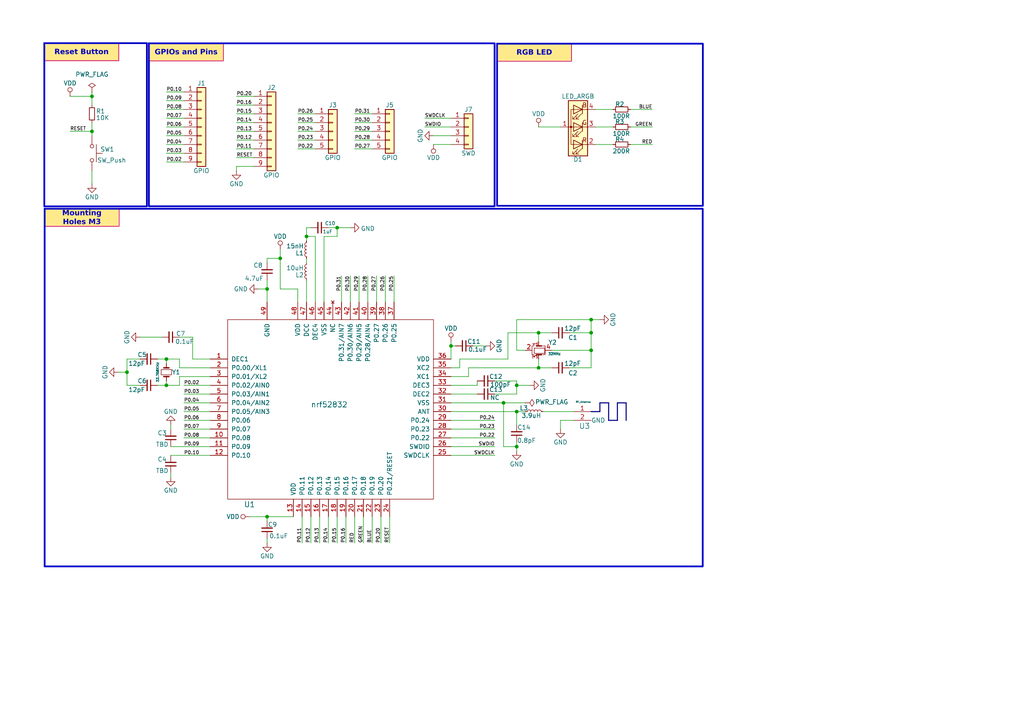
<source format=kicad_sch>
(kicad_sch (version 20250114) (generator "eeschema") (generator_version "9.0")
  (paper "A4")
  (title_block (title "hackaBLE") (rev "Ver 2.2") (company "electronut Labs") (comment 1 "electronut.in"))
  (lib_symbols
    (symbol "C_Small_1" (pin_numbers (hide yes)) (pin_names (offset 0.254) (hide yes))
      (property "Reference" "C" (at 0.254 1.778 0))
      (property "Value" "C_Small" (at 0.254 -2.032 0))
      (symbol "C_Small_1_1_1"
        (pin passive line (at 0 2.54 270) (length 2.032) (name "~") (number "1"))
        (pin passive line (at 0 -2.54 90) (length 2.032) (name "~") (number "2"))
      )
    )
    (symbol "C_Small_10" (pin_numbers (hide yes)) (pin_names (offset 0.254) (hide yes))
      (property "Reference" "C" (at 0.254 1.778 0))
      (property "Value" "C_Small" (at 0.254 -2.032 0))
      (symbol "C_Small_10_1_1"
        (pin passive line (at 0 2.54 270) (length 2.032) (name "~") (number "1"))
        (pin passive line (at 0 -2.54 90) (length 2.032) (name "~") (number "2"))
      )
    )
    (symbol "C_Small_11" (pin_numbers (hide yes)) (pin_names (offset 0.254) (hide yes))
      (property "Reference" "C" (at 0.254 1.778 0))
      (property "Value" "C_Small" (at 0.254 -2.032 0))
      (symbol "C_Small_11_1_1"
        (pin passive line (at 0 2.54 270) (length 2.032) (name "~") (number "1"))
        (pin passive line (at 0 -2.54 90) (length 2.032) (name "~") (number "2"))
      )
    )
    (symbol "C_Small_12" (pin_numbers (hide yes)) (pin_names (offset 0.254) (hide yes))
      (property "Reference" "C" (at 0.254 1.778 0))
      (property "Value" "C_Small" (at 0.254 -2.032 0))
      (symbol "C_Small_12_1_1"
        (pin passive line (at 0 2.54 270) (length 2.032) (name "~") (number "1"))
        (pin passive line (at 0 -2.54 90) (length 2.032) (name "~") (number "2"))
      )
    )
    (symbol "C_Small_13" (pin_numbers (hide yes)) (pin_names (offset 0.254) (hide yes))
      (property "Reference" "C" (at 0.254 1.778 0))
      (property "Value" "C_Small" (at 0.254 -2.032 0))
      (symbol "C_Small_13_1_1"
        (pin passive line (at 0 2.54 270) (length 2.032) (name "~") (number "1"))
        (pin passive line (at 0 -2.54 90) (length 2.032) (name "~") (number "2"))
      )
    )
    (symbol "C_Small_14" (pin_numbers (hide yes)) (pin_names (offset 0.254) (hide yes))
      (property "Reference" "C" (at 0.254 1.778 0))
      (property "Value" "C_Small" (at 0.254 -2.032 0))
      (symbol "C_Small_14_1_1"
        (pin passive line (at 0 2.54 270) (length 2.032) (name "~") (number "1"))
        (pin passive line (at 0 -2.54 90) (length 2.032) (name "~") (number "2"))
      )
    )
    (symbol "C_Small_15" (pin_numbers (hide yes)) (pin_names (offset 0.254) (hide yes))
      (property "Reference" "C" (at 0.254 1.778 0))
      (property "Value" "C_Small" (at 0.254 -2.032 0))
      (symbol "C_Small_15_1_1"
        (pin passive line (at 0 2.54 270) (length 2.032) (name "~") (number "1"))
        (pin passive line (at 0 -2.54 90) (length 2.032) (name "~") (number "2"))
      )
    )
    (symbol "C_Small_16" (pin_numbers (hide yes)) (pin_names (offset 0.254) (hide yes))
      (property "Reference" "C" (at 0.254 1.778 0))
      (property "Value" "C_Small" (at 0.254 -2.032 0))
      (symbol "C_Small_16_1_1"
        (pin passive line (at 0 2.54 270) (length 2.032) (name "~") (number "1"))
        (pin passive line (at 0 -2.54 90) (length 2.032) (name "~") (number "2"))
      )
    )
    (symbol "C_Small_17" (pin_numbers (hide yes)) (pin_names (offset 0.254) (hide yes))
      (property "Reference" "C" (at 0.254 1.778 0))
      (property "Value" "C_Small" (at 0.254 -2.032 0))
      (symbol "C_Small_17_1_1"
        (pin passive line (at 0 2.54 270) (length 2.032) (name "~") (number "1"))
        (pin passive line (at 0 -2.54 90) (length 2.032) (name "~") (number "2"))
      )
    )
    (symbol "C_Small_18" (pin_numbers (hide yes)) (pin_names (offset 0.254) (hide yes))
      (property "Reference" "C" (at 0.254 1.778 0))
      (property "Value" "C_Small" (at 0.254 -2.032 0))
      (symbol "C_Small_18_1_1"
        (pin passive line (at 0 2.54 270) (length 2.032) (name "~") (number "1"))
        (pin passive line (at 0 -2.54 90) (length 2.032) (name "~") (number "2"))
      )
    )
    (symbol "C_Small_19" (pin_numbers (hide yes)) (pin_names (offset 0.254) (hide yes))
      (property "Reference" "C" (at 0.254 1.778 0))
      (property "Value" "C_Small" (at 0.254 -2.032 0))
      (symbol "C_Small_19_1_1"
        (pin passive line (at 0 2.54 270) (length 2.032) (name "~") (number "1"))
        (pin passive line (at 0 -2.54 90) (length 2.032) (name "~") (number "2"))
      )
    )
    (symbol "C_Small_2" (pin_numbers (hide yes)) (pin_names (offset 0.254) (hide yes))
      (property "Reference" "C" (at 0.254 1.778 0))
      (property "Value" "C_Small" (at 0.254 -2.032 0))
      (symbol "C_Small_2_1_1"
        (pin passive line (at 0 2.54 270) (length 2.032) (name "~") (number "1"))
        (pin passive line (at 0 -2.54 90) (length 2.032) (name "~") (number "2"))
      )
    )
    (symbol "C_Small_20" (pin_numbers (hide yes)) (pin_names (offset 0.254) (hide yes))
      (property "Reference" "C" (at 0.254 1.778 0))
      (property "Value" "C_Small" (at 0.254 -2.032 0))
      (symbol "C_Small_20_1_1"
        (pin passive line (at 0 2.54 270) (length 2.032) (name "~") (number "1"))
        (pin passive line (at 0 -2.54 90) (length 2.032) (name "~") (number "2"))
      )
    )
    (symbol "C_Small_21" (pin_numbers (hide yes)) (pin_names (offset 0.254) (hide yes))
      (property "Reference" "C" (at 0.254 1.778 0))
      (property "Value" "C_Small" (at 0.254 -2.032 0))
      (symbol "C_Small_21_1_1"
        (pin passive line (at 0 2.54 270) (length 2.032) (name "~") (number "1"))
        (pin passive line (at 0 -2.54 90) (length 2.032) (name "~") (number "2"))
      )
    )
    (symbol "C_Small_22" (pin_numbers (hide yes)) (pin_names (offset 0.254) (hide yes))
      (property "Reference" "C" (at 0.254 1.778 0))
      (property "Value" "C_Small" (at 0.254 -2.032 0))
      (symbol "C_Small_22_1_1"
        (pin passive line (at 0 2.54 270) (length 2.032) (name "~") (number "1"))
        (pin passive line (at 0 -2.54 90) (length 2.032) (name "~") (number "2"))
      )
    )
    (symbol "C_Small_23" (pin_numbers (hide yes)) (pin_names (offset 0.254) (hide yes))
      (property "Reference" "C" (at 0.254 1.778 0))
      (property "Value" "C_Small" (at 0.254 -2.032 0))
      (symbol "C_Small_23_1_1"
        (pin passive line (at 0 2.54 270) (length 2.032) (name "~") (number "1"))
        (pin passive line (at 0 -2.54 90) (length 2.032) (name "~") (number "2"))
      )
    )
    (symbol "C_Small_24" (pin_numbers (hide yes)) (pin_names (offset 0.254) (hide yes))
      (property "Reference" "C" (at 0.254 1.778 0))
      (property "Value" "C_Small" (at 0.254 -2.032 0))
      (symbol "C_Small_24_1_1"
        (pin passive line (at 0 2.54 270) (length 2.032) (name "~") (number "1"))
        (pin passive line (at 0 -2.54 90) (length 2.032) (name "~") (number "2"))
      )
    )
    (symbol "C_Small_25" (pin_numbers (hide yes)) (pin_names (offset 0.254) (hide yes))
      (property "Reference" "C" (at 0.254 1.778 0))
      (property "Value" "C_Small" (at 0.254 -2.032 0))
      (symbol "C_Small_25_1_1"
        (pin passive line (at 0 2.54 270) (length 2.032) (name "~") (number "1"))
        (pin passive line (at 0 -2.54 90) (length 2.032) (name "~") (number "2"))
      )
    )
    (symbol "C_Small_26" (pin_numbers (hide yes)) (pin_names (offset 0.254) (hide yes))
      (property "Reference" "C" (at 0.254 1.778 0))
      (property "Value" "C_Small" (at 0.254 -2.032 0))
      (symbol "C_Small_26_1_1"
        (pin passive line (at 0 2.54 270) (length 2.032) (name "~") (number "1"))
        (pin passive line (at 0 -2.54 90) (length 2.032) (name "~") (number "2"))
      )
    )
    (symbol "C_Small_27" (pin_numbers (hide yes)) (pin_names (offset 0.254) (hide yes))
      (property "Reference" "C" (at 0.254 1.778 0))
      (property "Value" "C_Small" (at 0.254 -2.032 0))
      (symbol "C_Small_27_1_1"
        (pin passive line (at 0 2.54 270) (length 2.032) (name "~") (number "1"))
        (pin passive line (at 0 -2.54 90) (length 2.032) (name "~") (number "2"))
      )
    )
    (symbol "C_Small_28" (pin_numbers (hide yes)) (pin_names (offset 0.254) (hide yes))
      (property "Reference" "C" (at 0.254 1.778 0))
      (property "Value" "C_Small" (at 0.254 -2.032 0))
      (symbol "C_Small_28_1_1"
        (pin passive line (at 0 2.54 270) (length 2.032) (name "~") (number "1"))
        (pin passive line (at 0 -2.54 90) (length 2.032) (name "~") (number "2"))
      )
    )
    (symbol "C_Small_3" (pin_numbers (hide yes)) (pin_names (offset 0.254) (hide yes))
      (property "Reference" "C" (at 0.254 1.778 0))
      (property "Value" "C_Small" (at 0.254 -2.032 0))
      (symbol "C_Small_3_1_1"
        (pin passive line (at 0 2.54 270) (length 2.032) (name "~") (number "1"))
        (pin passive line (at 0 -2.54 90) (length 2.032) (name "~") (number "2"))
      )
    )
    (symbol "C_Small_4" (pin_numbers (hide yes)) (pin_names (offset 0.254) (hide yes))
      (property "Reference" "C" (at 0.254 1.778 0))
      (property "Value" "C_Small" (at 0.254 -2.032 0))
      (symbol "C_Small_4_1_1"
        (pin passive line (at 0 2.54 270) (length 2.032) (name "~") (number "1"))
        (pin passive line (at 0 -2.54 90) (length 2.032) (name "~") (number "2"))
      )
    )
    (symbol "C_Small_5" (pin_numbers (hide yes)) (pin_names (offset 0.254) (hide yes))
      (property "Reference" "C" (at 0.254 1.778 0))
      (property "Value" "C_Small" (at 0.254 -2.032 0))
      (symbol "C_Small_5_1_1"
        (pin passive line (at 0 2.54 270) (length 2.032) (name "~") (number "1"))
        (pin passive line (at 0 -2.54 90) (length 2.032) (name "~") (number "2"))
      )
    )
    (symbol "C_Small_6" (pin_numbers (hide yes)) (pin_names (offset 0.254) (hide yes))
      (property "Reference" "C" (at 0.254 1.778 0))
      (property "Value" "C_Small" (at 0.254 -2.032 0))
      (symbol "C_Small_6_1_1"
        (pin passive line (at 0 2.54 270) (length 2.032) (name "~") (number "1"))
        (pin passive line (at 0 -2.54 90) (length 2.032) (name "~") (number "2"))
      )
    )
    (symbol "C_Small_7" (pin_numbers (hide yes)) (pin_names (offset 0.254) (hide yes))
      (property "Reference" "C" (at 0.254 1.778 0))
      (property "Value" "C_Small" (at 0.254 -2.032 0))
      (symbol "C_Small_7_1_1"
        (pin passive line (at 0 2.54 270) (length 2.032) (name "~") (number "1"))
        (pin passive line (at 0 -2.54 90) (length 2.032) (name "~") (number "2"))
      )
    )
    (symbol "C_Small_8" (pin_numbers (hide yes)) (pin_names (offset 0.254) (hide yes))
      (property "Reference" "C" (at 0.254 1.778 0))
      (property "Value" "C_Small" (at 0.254 -2.032 0))
      (symbol "C_Small_8_1_1"
        (pin passive line (at 0 2.54 270) (length 2.032) (name "~") (number "1"))
        (pin passive line (at 0 -2.54 90) (length 2.032) (name "~") (number "2"))
      )
    )
    (symbol "C_Small_9" (pin_numbers (hide yes)) (pin_names (offset 0.254) (hide yes))
      (property "Reference" "C" (at 0.254 1.778 0))
      (property "Value" "C_Small" (at 0.254 -2.032 0))
      (symbol "C_Small_9_1_1"
        (pin passive line (at 0 2.54 270) (length 2.032) (name "~") (number "1"))
        (pin passive line (at 0 -2.54 90) (length 2.032) (name "~") (number "2"))
      )
    )
    (symbol "Conn_01x04_1" (pin_names (offset 1.016) (hide yes))
      (property "Reference" "J" (at 0 5.08 0))
      (property "Value" "Conn_01x04" (at 0 -7.62 0))
      (symbol "Conn_01x04_1_1_1"
        (pin passive line (at -5.08 2.54 0) (length 3.81) (name "Pin_1") (number "1"))
        (pin passive line (at -5.08 0 0) (length 3.81) (name "Pin_2") (number "2"))
        (pin passive line (at -5.08 -2.54 0) (length 3.81) (name "Pin_3") (number "3"))
        (pin passive line (at -5.08 -5.08 0) (length 3.81) (name "Pin_4") (number "4"))
      )
    )
    (symbol "Conn_01x05_1" (pin_names (offset 1.016) (hide yes))
      (property "Reference" "J" (at 0 7.62 0))
      (property "Value" "Conn_01x05" (at 0 -7.62 0))
      (symbol "Conn_01x05_1_1_1"
        (pin passive line (at -5.08 5.08 0) (length 3.81) (name "Pin_1") (number "1"))
        (pin passive line (at -5.08 2.54 0) (length 3.81) (name "Pin_2") (number "2"))
        (pin passive line (at -5.08 0 0) (length 3.81) (name "Pin_3") (number "3"))
        (pin passive line (at -5.08 -2.54 0) (length 3.81) (name "Pin_4") (number "4"))
        (pin passive line (at -5.08 -5.08 0) (length 3.81) (name "Pin_5") (number "5"))
      )
    )
    (symbol "Conn_01x05_2" (pin_names (offset 1.016) (hide yes))
      (property "Reference" "J" (at 0 7.62 0))
      (property "Value" "Conn_01x05" (at 0 -7.62 0))
      (symbol "Conn_01x05_2_1_1"
        (pin passive line (at -5.08 5.08 0) (length 3.81) (name "Pin_1") (number "1"))
        (pin passive line (at -5.08 2.54 0) (length 3.81) (name "Pin_2") (number "2"))
        (pin passive line (at -5.08 0 0) (length 3.81) (name "Pin_3") (number "3"))
        (pin passive line (at -5.08 -2.54 0) (length 3.81) (name "Pin_4") (number "4"))
        (pin passive line (at -5.08 -5.08 0) (length 3.81) (name "Pin_5") (number "5"))
      )
    )
    (symbol "Conn_01x05_3" (pin_names (offset 1.016) (hide yes))
      (property "Reference" "J" (at 0 7.62 0))
      (property "Value" "Conn_01x05" (at 0 -7.62 0))
      (symbol "Conn_01x05_3_1_1"
        (pin passive line (at -5.08 5.08 0) (length 3.81) (name "Pin_1") (number "1"))
        (pin passive line (at -5.08 2.54 0) (length 3.81) (name "Pin_2") (number "2"))
        (pin passive line (at -5.08 0 0) (length 3.81) (name "Pin_3") (number "3"))
        (pin passive line (at -5.08 -2.54 0) (length 3.81) (name "Pin_4") (number "4"))
        (pin passive line (at -5.08 -5.08 0) (length 3.81) (name "Pin_5") (number "5"))
      )
    )
    (symbol "Conn_01x05_4" (pin_names (offset 1.016) (hide yes))
      (property "Reference" "J" (at 0 7.62 0))
      (property "Value" "Conn_01x05" (at 0 -7.62 0))
      (symbol "Conn_01x05_4_1_1"
        (pin passive line (at -5.08 5.08 0) (length 3.81) (name "Pin_1") (number "1"))
        (pin passive line (at -5.08 2.54 0) (length 3.81) (name "Pin_2") (number "2"))
        (pin passive line (at -5.08 0 0) (length 3.81) (name "Pin_3") (number "3"))
        (pin passive line (at -5.08 -2.54 0) (length 3.81) (name "Pin_4") (number "4"))
        (pin passive line (at -5.08 -5.08 0) (length 3.81) (name "Pin_5") (number "5"))
      )
    )
    (symbol "Conn_01x09_1" (pin_names (offset 1.016) (hide yes))
      (property "Reference" "J" (at 0 12.7 0))
      (property "Value" "Conn_01x09" (at 0 -12.7 0))
      (symbol "Conn_01x09_1_1_1"
        (pin passive line (at -5.08 10.16 0) (length 3.81) (name "Pin_1") (number "1"))
        (pin passive line (at -5.08 7.62 0) (length 3.81) (name "Pin_2") (number "2"))
        (pin passive line (at -5.08 5.08 0) (length 3.81) (name "Pin_3") (number "3"))
        (pin passive line (at -5.08 2.54 0) (length 3.81) (name "Pin_4") (number "4"))
        (pin passive line (at -5.08 0 0) (length 3.81) (name "Pin_5") (number "5"))
        (pin passive line (at -5.08 -2.54 0) (length 3.81) (name "Pin_6") (number "6"))
        (pin passive line (at -5.08 -5.08 0) (length 3.81) (name "Pin_7") (number "7"))
        (pin passive line (at -5.08 -7.62 0) (length 3.81) (name "Pin_8") (number "8"))
        (pin passive line (at -5.08 -10.16 0) (length 3.81) (name "Pin_9") (number "9"))
      )
    )
    (symbol "Conn_01x09_2" (pin_names (offset 1.016) (hide yes))
      (property "Reference" "J" (at 0 12.7 0))
      (property "Value" "Conn_01x09" (at 0 -12.7 0))
      (symbol "Conn_01x09_2_1_1"
        (pin passive line (at -5.08 10.16 0) (length 3.81) (name "Pin_1") (number "1"))
        (pin passive line (at -5.08 7.62 0) (length 3.81) (name "Pin_2") (number "2"))
        (pin passive line (at -5.08 5.08 0) (length 3.81) (name "Pin_3") (number "3"))
        (pin passive line (at -5.08 2.54 0) (length 3.81) (name "Pin_4") (number "4"))
        (pin passive line (at -5.08 0 0) (length 3.81) (name "Pin_5") (number "5"))
        (pin passive line (at -5.08 -2.54 0) (length 3.81) (name "Pin_6") (number "6"))
        (pin passive line (at -5.08 -5.08 0) (length 3.81) (name "Pin_7") (number "7"))
        (pin passive line (at -5.08 -7.62 0) (length 3.81) (name "Pin_8") (number "8"))
        (pin passive line (at -5.08 -10.16 0) (length 3.81) (name "Pin_9") (number "9"))
      )
    )
    (symbol "Conn_01x09_3" (pin_names (offset 1.016) (hide yes))
      (property "Reference" "J" (at 0 12.7 0))
      (property "Value" "Conn_01x09" (at 0 -12.7 0))
      (symbol "Conn_01x09_3_1_1"
        (pin passive line (at -5.08 10.16 0) (length 3.81) (name "Pin_1") (number "1"))
        (pin passive line (at -5.08 7.62 0) (length 3.81) (name "Pin_2") (number "2"))
        (pin passive line (at -5.08 5.08 0) (length 3.81) (name "Pin_3") (number "3"))
        (pin passive line (at -5.08 2.54 0) (length 3.81) (name "Pin_4") (number "4"))
        (pin passive line (at -5.08 0 0) (length 3.81) (name "Pin_5") (number "5"))
        (pin passive line (at -5.08 -2.54 0) (length 3.81) (name "Pin_6") (number "6"))
        (pin passive line (at -5.08 -5.08 0) (length 3.81) (name "Pin_7") (number "7"))
        (pin passive line (at -5.08 -7.62 0) (length 3.81) (name "Pin_8") (number "8"))
        (pin passive line (at -5.08 -10.16 0) (length 3.81) (name "Pin_9") (number "9"))
      )
    )
    (symbol "Conn_01x09_4" (pin_names (offset 1.016) (hide yes))
      (property "Reference" "J" (at 0 12.7 0))
      (property "Value" "Conn_01x09" (at 0 -12.7 0))
      (symbol "Conn_01x09_4_1_1"
        (pin passive line (at -5.08 10.16 0) (length 3.81) (name "Pin_1") (number "1"))
        (pin passive line (at -5.08 7.62 0) (length 3.81) (name "Pin_2") (number "2"))
        (pin passive line (at -5.08 5.08 0) (length 3.81) (name "Pin_3") (number "3"))
        (pin passive line (at -5.08 2.54 0) (length 3.81) (name "Pin_4") (number "4"))
        (pin passive line (at -5.08 0 0) (length 3.81) (name "Pin_5") (number "5"))
        (pin passive line (at -5.08 -2.54 0) (length 3.81) (name "Pin_6") (number "6"))
        (pin passive line (at -5.08 -5.08 0) (length 3.81) (name "Pin_7") (number "7"))
        (pin passive line (at -5.08 -7.62 0) (length 3.81) (name "Pin_8") (number "8"))
        (pin passive line (at -5.08 -10.16 0) (length 3.81) (name "Pin_9") (number "9"))
      )
    )
    (symbol "Crystal_GND24_Small_1" (pin_names (offset 1.016) (hide yes))
      (property "Reference" "Y" (at 1.27 4.445 0))
      (property "Value" "Crystal_GND24_Small" (at 1.27 2.54 0))
      (symbol "Crystal_GND24_Small_1_1_1"
        (pin passive line (at -2.54 0 0) (length 1.27) (name "1") (number "1"))
        (pin passive line (at 0 3.175 270) (length 1.27) (name "4") (number "4"))
        (pin passive line (at 0 -3.175 90) (length 1.27) (name "2") (number "2"))
        (pin passive line (at 2.54 0 180) (length 1.27) (name "3") (number "3"))
      )
    )
    (symbol "Crystal_Small_1" (pin_numbers (hide yes)) (pin_names (offset 1.016) (hide yes))
      (property "Reference" "Y" (at 0 2.54 0))
      (property "Value" "Crystal_Small" (at 0 -2.54 0))
      (symbol "Crystal_Small_1_1_1"
        (pin passive line (at -2.54 0 0) (length 1.27) (name "1") (number "1"))
        (pin passive line (at 2.54 0 180) (length 1.27) (name "2") (number "2"))
      )
    )
    (symbol "Crystal_Small_2" (pin_numbers (hide yes)) (pin_names (offset 1.016) (hide yes))
      (property "Reference" "Y" (at 0 2.54 0))
      (property "Value" "Crystal_Small" (at 0 -2.54 0))
      (symbol "Crystal_Small_2_1_1"
        (pin passive line (at -2.54 0 0) (length 1.27) (name "1") (number "1"))
        (pin passive line (at 2.54 0 180) (length 1.27) (name "2") (number "2"))
      )
    )
    (symbol "GND_1" (power) (pin_names (offset 0))
      (property "Value" "GND" (at 0 -3.81 0))
      (symbol "GND_1_1_1"
        (pin power_in line (at 0 0 270) (length 0) (hide yes) (name "GND") (number "1"))
      )
    )
    (symbol "GND_10" (power) (pin_names (offset 0))
      (property "Value" "GND" (at 0 -3.81 0))
      (symbol "GND_10_1_1"
        (pin power_in line (at 0 0 270) (length 0) (hide yes) (name "GND") (number "1"))
      )
    )
    (symbol "GND_11" (power) (pin_names (offset 0))
      (property "Value" "GND" (at 0 -3.81 0))
      (symbol "GND_11_1_1"
        (pin power_in line (at 0 0 270) (length 0) (hide yes) (name "GND") (number "1"))
      )
    )
    (symbol "GND_12" (power) (pin_names (offset 0))
      (property "Value" "GND" (at 0 -3.81 0))
      (symbol "GND_12_1_1"
        (pin power_in line (at 0 0 270) (length 0) (hide yes) (name "GND") (number "1"))
      )
    )
    (symbol "GND_13" (power) (pin_names (offset 0))
      (property "Value" "GND" (at 0 -3.81 0))
      (symbol "GND_13_1_1"
        (pin power_in line (at 0 0 270) (length 0) (hide yes) (name "GND") (number "1"))
      )
    )
    (symbol "GND_14" (power) (pin_names (offset 0))
      (property "Value" "GND" (at 0 -3.81 0))
      (symbol "GND_14_1_1"
        (pin power_in line (at 0 0 270) (length 0) (hide yes) (name "GND") (number "1"))
      )
    )
    (symbol "GND_15" (power) (pin_names (offset 0))
      (property "Value" "GND" (at 0 -3.81 0))
      (symbol "GND_15_1_1"
        (pin power_in line (at 0 0 270) (length 0) (hide yes) (name "GND") (number "1"))
      )
    )
    (symbol "GND_16" (power) (pin_names (offset 0))
      (property "Value" "GND" (at 0 -3.81 0))
      (symbol "GND_16_1_1"
        (pin power_in line (at 0 0 270) (length 0) (hide yes) (name "GND") (number "1"))
      )
    )
    (symbol "GND_17" (power) (pin_names (offset 0))
      (property "Value" "GND" (at 0 -3.81 0))
      (symbol "GND_17_1_1"
        (pin power_in line (at 0 0 270) (length 0) (hide yes) (name "GND") (number "1"))
      )
    )
    (symbol "GND_18" (power) (pin_names (offset 0))
      (property "Value" "GND" (at 0 -3.81 0))
      (symbol "GND_18_1_1"
        (pin power_in line (at 0 0 270) (length 0) (hide yes) (name "GND") (number "1"))
      )
    )
    (symbol "GND_19" (power) (pin_names (offset 0))
      (property "Value" "GND" (at 0 -3.81 0))
      (symbol "GND_19_1_1"
        (pin power_in line (at 0 0 270) (length 0) (hide yes) (name "GND") (number "1"))
      )
    )
    (symbol "GND_2" (power) (pin_names (offset 0))
      (property "Value" "GND" (at 0 -3.81 0))
      (symbol "GND_2_1_1"
        (pin power_in line (at 0 0 270) (length 0) (hide yes) (name "GND") (number "1"))
      )
    )
    (symbol "GND_20" (power) (pin_names (offset 0))
      (property "Value" "GND" (at 0 -3.81 0))
      (symbol "GND_20_1_1"
        (pin power_in line (at 0 0 270) (length 0) (hide yes) (name "GND") (number "1"))
      )
    )
    (symbol "GND_21" (power) (pin_names (offset 0))
      (property "Value" "GND" (at 0 -3.81 0))
      (symbol "GND_21_1_1"
        (pin power_in line (at 0 0 270) (length 0) (hide yes) (name "GND") (number "1"))
      )
    )
    (symbol "GND_22" (power) (pin_names (offset 0))
      (property "Value" "GND" (at 0 -3.81 0))
      (symbol "GND_22_1_1"
        (pin power_in line (at 0 0 270) (length 0) (hide yes) (name "GND") (number "1"))
      )
    )
    (symbol "GND_23" (power) (pin_names (offset 0))
      (property "Value" "GND" (at 0 -3.81 0))
      (symbol "GND_23_1_1"
        (pin power_in line (at 0 0 270) (length 0) (hide yes) (name "GND") (number "1"))
      )
    )
    (symbol "GND_24" (power) (pin_names (offset 0))
      (property "Value" "GND" (at 0 -3.81 0))
      (symbol "GND_24_1_1"
        (pin power_in line (at 0 0 270) (length 0) (hide yes) (name "GND") (number "1"))
      )
    )
    (symbol "GND_25" (power) (pin_names (offset 0))
      (property "Value" "GND" (at 0 -3.81 0))
      (symbol "GND_25_1_1"
        (pin power_in line (at 0 0 270) (length 0) (hide yes) (name "GND") (number "1"))
      )
    )
    (symbol "GND_26" (power) (pin_names (offset 0))
      (property "Value" "GND" (at 0 -3.81 0))
      (symbol "GND_26_1_1"
        (pin power_in line (at 0 0 270) (length 0) (hide yes) (name "GND") (number "1"))
      )
    )
    (symbol "GND_27" (power) (pin_names (offset 0))
      (property "Value" "GND" (at 0 -3.81 0))
      (symbol "GND_27_1_1"
        (pin power_in line (at 0 0 270) (length 0) (hide yes) (name "GND") (number "1"))
      )
    )
    (symbol "GND_28" (power) (pin_names (offset 0))
      (property "Value" "GND" (at 0 -3.81 0))
      (symbol "GND_28_1_1"
        (pin power_in line (at 0 0 270) (length 0) (hide yes) (name "GND") (number "1"))
      )
    )
    (symbol "GND_29" (power) (pin_names (offset 0))
      (property "Value" "GND" (at 0 -3.81 0))
      (symbol "GND_29_1_1"
        (pin power_in line (at 0 0 270) (length 0) (hide yes) (name "GND") (number "1"))
      )
    )
    (symbol "GND_3" (power) (pin_names (offset 0))
      (property "Value" "GND" (at 0 -3.81 0))
      (symbol "GND_3_1_1"
        (pin power_in line (at 0 0 270) (length 0) (hide yes) (name "GND") (number "1"))
      )
    )
    (symbol "GND_30" (power) (pin_names (offset 0))
      (property "Value" "GND" (at 0 -3.81 0))
      (symbol "GND_30_1_1"
        (pin power_in line (at 0 0 270) (length 0) (hide yes) (name "GND") (number "1"))
      )
    )
    (symbol "GND_4" (power) (pin_names (offset 0))
      (property "Value" "GND" (at 0 -3.81 0))
      (symbol "GND_4_1_1"
        (pin power_in line (at 0 0 270) (length 0) (hide yes) (name "GND") (number "1"))
      )
    )
    (symbol "GND_5" (power) (pin_names (offset 0))
      (property "Value" "GND" (at 0 -3.81 0))
      (symbol "GND_5_1_1"
        (pin power_in line (at 0 0 270) (length 0) (hide yes) (name "GND") (number "1"))
      )
    )
    (symbol "GND_6" (power) (pin_names (offset 0))
      (property "Value" "GND" (at 0 -3.81 0))
      (symbol "GND_6_1_1"
        (pin power_in line (at 0 0 270) (length 0) (hide yes) (name "GND") (number "1"))
      )
    )
    (symbol "GND_7" (power) (pin_names (offset 0))
      (property "Value" "GND" (at 0 -3.81 0))
      (symbol "GND_7_1_1"
        (pin power_in line (at 0 0 270) (length 0) (hide yes) (name "GND") (number "1"))
      )
    )
    (symbol "GND_8" (power) (pin_names (offset 0))
      (property "Value" "GND" (at 0 -3.81 0))
      (symbol "GND_8_1_1"
        (pin power_in line (at 0 0 270) (length 0) (hide yes) (name "GND") (number "1"))
      )
    )
    (symbol "GND_9" (power) (pin_names (offset 0))
      (property "Value" "GND" (at 0 -3.81 0))
      (symbol "GND_9_1_1"
        (pin power_in line (at 0 0 270) (length 0) (hide yes) (name "GND") (number "1"))
      )
    )
    (symbol "LED_ARGB_1" (pin_names (offset 0) (hide yes))
      (property "Reference" "D" (at 0 9.398 0))
      (property "Value" "LED_ARGB" (at 0 -8.89 0))
      (symbol "LED_ARGB_1_0_0"
        (text "R" (at -1.905 3.81 0) (effects (font (size 1.27 1.27))))
        (text "G" (at -1.905 -1.27 0) (effects (font (size 1.27 1.27))))
        (text "B" (at -1.905 -6.35 0) (effects (font (size 1.27 1.27))))
      )
      (symbol "LED_ARGB_1_1_1"
        (pin passive line (at -5.08 5.08 0) (length 2.54) (name "RK") (number "2"))
        (pin passive line (at -5.08 0 0) (length 2.54) (name "GK") (number "3"))
        (pin passive line (at -5.08 -5.08 0) (length 2.54) (name "BK") (number "4"))
        (pin passive line (at 5.08 0 180) (length 2.54) (name "A") (number "1"))
      )
    )
    (symbol "LED_ARGB_2" (pin_names (offset 0) (hide yes))
      (property "Reference" "D" (at 0 9.398 0))
      (property "Value" "LED_ARGB" (at 0 -8.89 0))
      (symbol "LED_ARGB_2_0_0"
        (text "R" (at -1.905 3.81 0) (effects (font (size 1.27 1.27))))
        (text "G" (at -1.905 -1.27 0) (effects (font (size 1.27 1.27))))
        (text "B" (at -1.905 -6.35 0) (effects (font (size 1.27 1.27))))
      )
      (symbol "LED_ARGB_2_1_1"
        (pin passive line (at -5.08 5.08 0) (length 2.54) (name "RK") (number "2"))
        (pin passive line (at -5.08 0 0) (length 2.54) (name "GK") (number "3"))
        (pin passive line (at -5.08 -5.08 0) (length 2.54) (name "BK") (number "4"))
        (pin passive line (at 5.08 0 180) (length 2.54) (name "A") (number "1"))
      )
    )
    (symbol "L_Small_1" (pin_numbers (hide yes)) (pin_names (offset 0.254) (hide yes))
      (property "Reference" "L" (at 0.762 1.016 0))
      (property "Value" "L_Small" (at 0.762 -1.016 0))
      (symbol "L_Small_1_1_1"
        (pin passive line (at 0 2.54 270) (length 0.508) (name "~") (number "1"))
        (pin passive line (at 0 -2.54 90) (length 0.508) (name "~") (number "2"))
      )
    )
    (symbol "L_Small_2" (pin_numbers (hide yes)) (pin_names (offset 0.254) (hide yes))
      (property "Reference" "L" (at 0.762 1.016 0))
      (property "Value" "L_Small" (at 0.762 -1.016 0))
      (symbol "L_Small_2_1_1"
        (pin passive line (at 0 2.54 270) (length 0.508) (name "~") (number "1"))
        (pin passive line (at 0 -2.54 90) (length 0.508) (name "~") (number "2"))
      )
    )
    (symbol "L_Small_3" (pin_numbers (hide yes)) (pin_names (offset 0.254) (hide yes))
      (property "Reference" "L" (at 0.762 1.016 0))
      (property "Value" "L_Small" (at 0.762 -1.016 0))
      (symbol "L_Small_3_1_1"
        (pin passive line (at 0 2.54 270) (length 0.508) (name "~") (number "1"))
        (pin passive line (at 0 -2.54 90) (length 0.508) (name "~") (number "2"))
      )
    )
    (symbol "L_Small_4" (pin_numbers (hide yes)) (pin_names (offset 0.254) (hide yes))
      (property "Reference" "L" (at 0.762 1.016 0))
      (property "Value" "L_Small" (at 0.762 -1.016 0))
      (symbol "L_Small_4_1_1"
        (pin passive line (at 0 2.54 270) (length 0.508) (name "~") (number "1"))
        (pin passive line (at 0 -2.54 90) (length 0.508) (name "~") (number "2"))
      )
    )
    (symbol "L_Small_5" (pin_numbers (hide yes)) (pin_names (offset 0.254) (hide yes))
      (property "Reference" "L" (at 0.762 1.016 0))
      (property "Value" "L_Small" (at 0.762 -1.016 0))
      (symbol "L_Small_5_1_1"
        (pin passive line (at 0 2.54 270) (length 0.508) (name "~") (number "1"))
        (pin passive line (at 0 -2.54 90) (length 0.508) (name "~") (number "2"))
      )
    )
    (symbol "L_Small_6" (pin_numbers (hide yes)) (pin_names (offset 0.254) (hide yes))
      (property "Reference" "L" (at 0.762 1.016 0))
      (property "Value" "L_Small" (at 0.762 -1.016 0))
      (symbol "L_Small_6_1_1"
        (pin passive line (at 0 2.54 270) (length 0.508) (name "~") (number "1"))
        (pin passive line (at 0 -2.54 90) (length 0.508) (name "~") (number "2"))
      )
    )
    (symbol "R_Small_1" (pin_numbers (hide yes)) (pin_names (offset 0.254) (hide yes))
      (property "Reference" "R" (at 0.762 0.508 0))
      (property "Value" "R_Small" (at 0.762 -1.016 0))
      (symbol "R_Small_1_1_1"
        (pin passive line (at 0 2.54 270) (length 0.762) (name "~") (number "1"))
        (pin passive line (at 0 -2.54 90) (length 0.762) (name "~") (number "2"))
      )
    )
    (symbol "R_Small_2" (pin_numbers (hide yes)) (pin_names (offset 0.254) (hide yes))
      (property "Reference" "R" (at 0.762 0.508 0))
      (property "Value" "R_Small" (at 0.762 -1.016 0))
      (symbol "R_Small_2_1_1"
        (pin passive line (at 0 2.54 270) (length 0.762) (name "~") (number "1"))
        (pin passive line (at 0 -2.54 90) (length 0.762) (name "~") (number "2"))
      )
    )
    (symbol "R_Small_3" (pin_numbers (hide yes)) (pin_names (offset 0.254) (hide yes))
      (property "Reference" "R" (at 0.762 0.508 0))
      (property "Value" "R_Small" (at 0.762 -1.016 0))
      (symbol "R_Small_3_1_1"
        (pin passive line (at 0 2.54 270) (length 0.762) (name "~") (number "1"))
        (pin passive line (at 0 -2.54 90) (length 0.762) (name "~") (number "2"))
      )
    )
    (symbol "R_Small_4" (pin_numbers (hide yes)) (pin_names (offset 0.254) (hide yes))
      (property "Reference" "R" (at 0.762 0.508 0))
      (property "Value" "R_Small" (at 0.762 -1.016 0))
      (symbol "R_Small_4_1_1"
        (pin passive line (at 0 2.54 270) (length 0.762) (name "~") (number "1"))
        (pin passive line (at 0 -2.54 90) (length 0.762) (name "~") (number "2"))
      )
    )
    (symbol "R_Small_5" (pin_numbers (hide yes)) (pin_names (offset 0.254) (hide yes))
      (property "Reference" "R" (at 0.762 0.508 0))
      (property "Value" "R_Small" (at 0.762 -1.016 0))
      (symbol "R_Small_5_1_1"
        (pin passive line (at 0 2.54 270) (length 0.762) (name "~") (number "1"))
        (pin passive line (at 0 -2.54 90) (length 0.762) (name "~") (number "2"))
      )
    )
    (symbol "R_Small_6" (pin_numbers (hide yes)) (pin_names (offset 0.254) (hide yes))
      (property "Reference" "R" (at 0.762 0.508 0))
      (property "Value" "R_Small" (at 0.762 -1.016 0))
      (symbol "R_Small_6_1_1"
        (pin passive line (at 0 2.54 270) (length 0.762) (name "~") (number "1"))
        (pin passive line (at 0 -2.54 90) (length 0.762) (name "~") (number "2"))
      )
    )
    (symbol "R_Small_7" (pin_numbers (hide yes)) (pin_names (offset 0.254) (hide yes))
      (property "Reference" "R" (at 0.762 0.508 0))
      (property "Value" "R_Small" (at 0.762 -1.016 0))
      (symbol "R_Small_7_1_1"
        (pin passive line (at 0 2.54 270) (length 0.762) (name "~") (number "1"))
        (pin passive line (at 0 -2.54 90) (length 0.762) (name "~") (number "2"))
      )
    )
    (symbol "R_Small_8" (pin_numbers (hide yes)) (pin_names (offset 0.254) (hide yes))
      (property "Reference" "R" (at 0.762 0.508 0))
      (property "Value" "R_Small" (at 0.762 -1.016 0))
      (symbol "R_Small_8_1_1"
        (pin passive line (at 0 2.54 270) (length 0.762) (name "~") (number "1"))
        (pin passive line (at 0 -2.54 90) (length 0.762) (name "~") (number "2"))
      )
    )
    (symbol "VDD_1" (power) (pin_names (offset 0))
      (property "Value" "VDD" (at 0 3.81 0))
      (symbol "VDD_1_1_1"
        (pin power_in line (at 0 0 90) (length 0) (hide yes) (name "VDD") (number "1"))
      )
    )
    (symbol "VDD_10" (power) (pin_names (offset 0))
      (property "Value" "VDD" (at 0 3.81 0))
      (symbol "VDD_10_1_1"
        (pin power_in line (at 0 0 90) (length 0) (hide yes) (name "VDD") (number "1"))
      )
    )
    (symbol "VDD_11" (power) (pin_names (offset 0))
      (property "Value" "VDD" (at 0 3.81 0))
      (symbol "VDD_11_1_1"
        (pin power_in line (at 0 0 90) (length 0) (hide yes) (name "VDD") (number "1"))
      )
    )
    (symbol "VDD_12" (power) (pin_names (offset 0))
      (property "Value" "VDD" (at 0 3.81 0))
      (symbol "VDD_12_1_1"
        (pin power_in line (at 0 0 90) (length 0) (hide yes) (name "VDD") (number "1"))
      )
    )
    (symbol "VDD_2" (power) (pin_names (offset 0))
      (property "Value" "VDD" (at 0 3.81 0))
      (symbol "VDD_2_1_1"
        (pin power_in line (at 0 0 90) (length 0) (hide yes) (name "VDD") (number "1"))
      )
    )
    (symbol "VDD_3" (power) (pin_names (offset 0))
      (property "Value" "VDD" (at 0 3.81 0))
      (symbol "VDD_3_1_1"
        (pin power_in line (at 0 0 90) (length 0) (hide yes) (name "VDD") (number "1"))
      )
    )
    (symbol "VDD_4" (power) (pin_names (offset 0))
      (property "Value" "VDD" (at 0 3.81 0))
      (symbol "VDD_4_1_1"
        (pin power_in line (at 0 0 90) (length 0) (hide yes) (name "VDD") (number "1"))
      )
    )
    (symbol "VDD_5" (power) (pin_names (offset 0))
      (property "Value" "VDD" (at 0 3.81 0))
      (symbol "VDD_5_1_1"
        (pin power_in line (at 0 0 90) (length 0) (hide yes) (name "VDD") (number "1"))
      )
    )
    (symbol "VDD_6" (power) (pin_names (offset 0))
      (property "Value" "VDD" (at 0 3.81 0))
      (symbol "VDD_6_1_1"
        (pin power_in line (at 0 0 90) (length 0) (hide yes) (name "VDD") (number "1"))
      )
    )
    (symbol "VDD_7" (power) (pin_names (offset 0))
      (property "Value" "VDD" (at 0 3.81 0))
      (symbol "VDD_7_1_1"
        (pin power_in line (at 0 0 90) (length 0) (hide yes) (name "VDD") (number "1"))
      )
    )
    (symbol "VDD_8" (power) (pin_names (offset 0))
      (property "Value" "VDD" (at 0 3.81 0))
      (symbol "VDD_8_1_1"
        (pin power_in line (at 0 0 90) (length 0) (hide yes) (name "VDD") (number "1"))
      )
    )
    (symbol "VDD_9" (power) (pin_names (offset 0))
      (property "Value" "VDD" (at 0 3.81 0))
      (symbol "VDD_9_1_1"
        (pin power_in line (at 0 0 90) (length 0) (hide yes) (name "VDD") (number "1"))
      )
    )
    (symbol "hackaBLE-rescue:Conn_01x04" (pin_names (offset 1.016) (hide yes))
      (property "Reference" "J" (at 0 5.08 0))
      (property "Value" "Conn_01x04" (at 0 -7.62 0))
      (symbol "Conn_01x04_1_1"
        (pin passive line (at -5.08 2.54 0) (length 3.81) (name "Pin_1") (number "1"))
        (pin passive line (at -5.08 0 0) (length 3.81) (name "Pin_2") (number "2"))
        (pin passive line (at -5.08 -2.54 0) (length 3.81) (name "Pin_3") (number "3"))
        (pin passive line (at -5.08 -5.08 0) (length 3.81) (name "Pin_4") (number "4"))
      )
    )
    (symbol "hackaBLE-rescue:Crystal_GND24_Small" (pin_names (offset 1.016) (hide yes))
      (property "Reference" "Y2" (at -2.286 2.794 90))
      (property "Value" "32MHz" (at 1.016 2.794 90))
      (symbol "Crystal_GND24_Small_1_1"
        (pin passive line (at -2.54 0 0) (length 1.27) (name "1") (number "1"))
        (pin passive line (at 0 3.81 270) (length 1.905) (name "4") (number "4"))
        (pin passive line (at 0 -3.81 90) (length 1.905) (name "2") (number "2"))
        (pin passive line (at 2.54 0 180) (length 1.27) (name "3") (number "3"))
      )
    )
    (symbol "hackaBLE:RF_Antenna" (pin_names (offset 0.0254))
      (property "Reference" "U" (at 0.889 -3.048 0))
      (property "Value" "RF_Antenna" (at -0.635 3.556 0))
      (symbol "RF_Antenna_1_1"
        (pin input line (at 0 1.143 0) (length 5.08) (name "~") (number "1"))
        (pin input line (at 0 -1.397 0) (length 5.08) (name "GND") (number "2"))
      )
    )
    (symbol "hackaBLE:SW_Push" (pin_numbers (hide yes)) (pin_names (offset 1.016) (hide yes))
      (property "Reference" "SW" (at 1.27 2.54 0))
      (property "Value" "SW_Push" (at 0 -1.524 0))
      (symbol "SW_Push_0_1"
        (pin passive line (at -5.08 0 0) (length 2.54) (name "1") (number "1"))
        (pin passive line (at 5.08 0 180) (length 2.54) (name "2") (number "2"))
      )
    )
    (symbol "nrf52832-RESCUE-hackaBLE_1" (pin_names (offset 1.016))
      (property "Reference" "U" (at 5.08 -24.384 0))
      (property "Value" "nrf52832-RESCUE-hackaBLE" (at 5.715 45.593 0))
      (symbol "nrf52832-RESCUE-hackaBLE_1_1_1"
        (pin input line (at -28.067 25.4 0) (length 5.08) (name "DEC1") (number "1"))
        (pin input line (at -28.067 22.86 0) (length 5.08) (name "P0.00/XL1") (number "2"))
        (pin input line (at -28.067 20.32 0) (length 5.08) (name "P0.01/XL2") (number "3"))
        (pin input line (at -28.067 17.78 0) (length 5.08) (name "P0.02/AIN0") (number "4"))
        (pin input line (at -28.067 15.24 0) (length 5.08) (name "P0.03/AIN1") (number "5"))
        (pin input line (at -28.067 12.7 0) (length 5.08) (name "P0.04/AIN2") (number "6"))
        (pin input line (at -28.067 10.16 0) (length 5.08) (name "P0.05/AIN3") (number "7"))
        (pin output line (at -28.067 7.62 0) (length 5.08) (name "P0.06") (number "8"))
        (pin input line (at -28.067 5.08 0) (length 5.08) (name "P0.07") (number "9"))
        (pin input line (at -28.067 2.54 0) (length 5.08) (name "P0.08") (number "10"))
        (pin input line (at -28.067 0 0) (length 5.08) (name "P0.09") (number "11"))
        (pin input line (at -28.067 -2.54 0) (length 5.08) (name "P0.10") (number "12"))
        (pin power_in line (at -16.129 42.291 270) (length 5.08) (name "GND") (number "49"))
        (pin passive line (at -7.366 42.291 270) (length 5.08) (name "VDD") (number "48"))
        (pin passive line (at -7.366 -20.32 90) (length 5.08) (name "VDD") (number "13"))
        (pin input line (at -4.953 42.291 270) (length 5.08) (name "DCC") (number "47"))
        (pin input line (at -4.953 -20.447 90) (length 5.08) (name "P0.11") (number "14"))
        (pin input line (at -2.413 42.291 270) (length 5.08) (name "DEC4") (number "46"))
        (pin input line (at -2.413 -20.447 90) (length 5.08) (name "P0.12") (number "15"))
        (pin power_in line (at 0.127 42.291 270) (length 5.08) (name "VSS") (number "45"))
        (pin input line (at 0.127 -20.447 90) (length 5.08) (name "P0.13") (number "16"))
        (pin no_connect line (at 2.667 42.291 270) (length 5.08) (name "NC") (number "44"))
        (pin input line (at 2.667 -20.447 90) (length 5.08) (name "P0.14") (number "17"))
        (pin bidirectional line (at 5.207 42.291 270) (length 5.08) (name "P0.31/AIN7") (number "43"))
        (pin input line (at 5.207 -20.447 90) (length 5.08) (name "P0.15") (number "18"))
        (pin bidirectional line (at 7.747 42.291 270) (length 5.08) (name "P0.30/AIN6") (number "42"))
        (pin input line (at 7.747 -20.447 90) (length 5.08) (name "P0.16") (number "19"))
        (pin bidirectional line (at 10.287 42.291 270) (length 5.08) (name "P0.29/AIN5") (number "41"))
        (pin input line (at 10.287 -20.447 90) (length 5.08) (name "P0.17") (number "20"))
        (pin bidirectional line (at 12.827 42.291 270) (length 5.08) (name "P0.28/AIN4") (number "40"))
        (pin input line (at 12.827 -20.447 90) (length 5.08) (name "P0.18") (number "21"))
        (pin bidirectional line (at 15.367 42.291 270) (length 5.08) (name "P0.27") (number "39"))
        (pin input line (at 15.367 -20.447 90) (length 5.08) (name "P0.19") (number "22"))
        (pin bidirectional line (at 17.907 42.291 270) (length 5.08) (name "P0.26") (number "38"))
        (pin input line (at 17.907 -20.447 90) (length 5.08) (name "P0.20") (number "23"))
        (pin bidirectional line (at 20.447 42.291 270) (length 5.08) (name "P0.25") (number "37"))
        (pin input line (at 20.447 -20.447 90) (length 5.08) (name "P0.21/RESET") (number "24"))
        (pin passive line (at 40.767 25.273 180) (length 5.08) (name "VDD") (number "36"))
        (pin input line (at 40.767 22.733 180) (length 5.08) (name "XC2") (number "35"))
        (pin input line (at 40.767 20.193 180) (length 5.08) (name "XC1") (number "34"))
        (pin input line (at 40.767 17.653 180) (length 5.08) (name "DEC3") (number "33"))
        (pin input line (at 40.767 15.113 180) (length 5.08) (name "DEC2") (number "32"))
        (pin power_in line (at 40.767 12.573 180) (length 5.08) (name "VSS") (number "31"))
        (pin input line (at 40.767 10.033 180) (length 5.08) (name "ANT") (number "30"))
        (pin bidirectional line (at 40.767 7.493 180) (length 5.08) (name "P0.24") (number "29"))
        (pin bidirectional line (at 40.767 4.953 180) (length 5.08) (name "P0.23") (number "28"))
        (pin bidirectional line (at 40.767 2.413 180) (length 5.08) (name "P0.22") (number "27"))
        (pin bidirectional line (at 40.767 -0.127 180) (length 5.08) (name "SWDIO") (number "26"))
        (pin bidirectional line (at 40.767 -2.667 180) (length 5.08) (name "SWDCLK") (number "25"))
      )
    )
    (symbol "nrf52832-RESCUE-hackaBLE_2" (pin_names (offset 1.016))
      (property "Reference" "U1" (at -16.51 -16.764 0))
      (property "Value" "nrf52832" (at 6.604 12.192 0))
      (symbol "nrf52832-RESCUE-hackaBLE_2_1_1"
        (pin input line (at -27.94 25.4 0) (length 5.08) (name "DEC1") (number "1"))
        (pin input line (at -27.94 22.86 0) (length 5.08) (name "P0.00/XL1") (number "2"))
        (pin input line (at -27.94 20.32 0) (length 5.08) (name "P0.01/XL2") (number "3"))
        (pin input line (at -27.94 17.78 0) (length 5.08) (name "P0.02/AIN0") (number "4"))
        (pin input line (at -27.94 15.24 0) (length 5.08) (name "P0.03/AIN1") (number "5"))
        (pin input line (at -27.94 12.7 0) (length 5.08) (name "P0.04/AIN2") (number "6"))
        (pin input line (at -27.94 10.16 0) (length 5.08) (name "P0.05/AIN3") (number "7"))
        (pin output line (at -27.94 7.62 0) (length 5.08) (name "P0.06") (number "8"))
        (pin input line (at -27.94 5.08 0) (length 5.08) (name "P0.07") (number "9"))
        (pin input line (at -27.94 2.54 0) (length 5.08) (name "P0.08") (number "10"))
        (pin input line (at -27.94 0 0) (length 5.08) (name "P0.09") (number "11"))
        (pin input line (at -27.94 -2.54 0) (length 5.08) (name "P0.10") (number "12"))
        (pin power_in line (at -11.43 41.91 270) (length 5.08) (name "GND") (number "49"))
        (pin passive line (at -3.81 -20.32 90) (length 5.08) (name "VDD") (number "13"))
        (pin passive line (at -2.54 41.91 270) (length 5.08) (name "VDD") (number "48"))
        (pin input line (at -1.27 -20.32 90) (length 5.08) (name "P0.11") (number "14"))
        (pin input line (at 0 41.91 270) (length 5.08) (name "DCC") (number "47"))
        (pin input line (at 1.27 -20.32 90) (length 5.08) (name "P0.12") (number "15"))
        (pin input line (at 2.54 41.91 270) (length 5.08) (name "DEC4") (number "46"))
        (pin input line (at 3.81 -20.32 90) (length 5.08) (name "P0.13") (number "16"))
        (pin power_in line (at 5.08 41.91 270) (length 5.08) (name "VSS") (number "45"))
        (pin input line (at 6.35 -20.32 90) (length 5.08) (name "P0.14") (number "17"))
        (pin no_connect line (at 7.62 41.91 270) (length 5.08) (name "NC") (number "44"))
        (pin input line (at 8.89 -20.32 90) (length 5.08) (name "P0.15") (number "18"))
        (pin bidirectional line (at 10.16 41.91 270) (length 5.08) (name "P0.31/AIN7") (number "43"))
        (pin input line (at 11.43 -20.32 90) (length 5.08) (name "P0.16") (number "19"))
        (pin bidirectional line (at 12.7 41.91 270) (length 5.08) (name "P0.30/AIN6") (number "42"))
        (pin input line (at 13.97 -20.32 90) (length 5.08) (name "P0.17") (number "20"))
        (pin bidirectional line (at 15.24 41.91 270) (length 5.08) (name "P0.29/AIN5") (number "41"))
        (pin input line (at 16.51 -20.32 90) (length 5.08) (name "P0.18") (number "21"))
        (pin bidirectional line (at 17.78 41.91 270) (length 5.08) (name "P0.28/AIN4") (number "40"))
        (pin input line (at 19.05 -20.32 90) (length 5.08) (name "P0.19") (number "22"))
        (pin bidirectional line (at 20.32 41.91 270) (length 5.08) (name "P0.27") (number "39"))
        (pin input line (at 21.59 -20.32 90) (length 5.08) (name "P0.20") (number "23"))
        (pin bidirectional line (at 22.86 41.91 270) (length 5.08) (name "P0.26") (number "38"))
        (pin input line (at 24.13 -20.32 90) (length 5.08) (name "P0.21/RESET") (number "24"))
        (pin bidirectional line (at 25.4 41.91 270) (length 5.08) (name "P0.25") (number "37"))
        (pin passive line (at 41.91 25.4 180) (length 5.08) (name "VDD") (number "36"))
        (pin input line (at 41.91 22.86 180) (length 5.08) (name "XC2") (number "35"))
        (pin input line (at 41.91 20.32 180) (length 5.08) (name "XC1") (number "34"))
        (pin input line (at 41.91 17.78 180) (length 5.08) (name "DEC3") (number "33"))
        (pin input line (at 41.91 15.24 180) (length 5.08) (name "DEC2") (number "32"))
        (pin power_in line (at 41.91 12.7 180) (length 5.08) (name "VSS") (number "31"))
        (pin input line (at 41.91 10.16 180) (length 5.08) (name "ANT") (number "30"))
        (pin bidirectional line (at 41.91 7.62 180) (length 5.08) (name "P0.24") (number "29"))
        (pin bidirectional line (at 41.91 5.08 180) (length 5.08) (name "P0.23") (number "28"))
        (pin bidirectional line (at 41.91 2.54 180) (length 5.08) (name "P0.22") (number "27"))
        (pin bidirectional line (at 41.91 0 180) (length 5.08) (name "SWDIO") (number "26"))
        (pin bidirectional line (at 41.91 -2.54 180) (length 5.08) (name "SWDCLK") (number "25"))
      )
    )
    (symbol "power:PWR_FLAG" (power) (pin_numbers (hide yes)) (pin_names (offset 0) (hide yes))
      (property "Value" "PWR_FLAG" (at 0 3.81 0))
      (symbol "PWR_FLAG_0_0"
        (pin power_out line (at 0 0 90) (length 0) (name "~") (number "1"))
      )
    )
  )
  (rectangle (start 12.95 60.55) (end 203.82 164.28) (stroke (width 0.508)))
  (rectangle (start 43.19 12.57) (end 143.45 59.83) (stroke (width 0.508)))
  (rectangle (start 144.17 12.67) (end 203.86 59.69) (stroke (width 0.508)))
  (rectangle (start 12.85 12.52) (end 42.6 59.86) (stroke (width 0.508)))
  (text_box "RGB LED" (at 144.17 12.67 0) (size 21.59 5.08) (margins 1.27 1.27 1.27 1.27) (stroke (width 0.254) (color 211 37 112 1)) (fill (type color) (color 255 234 139 1)) (effects (font (size 1.524 1.524) (bold yes))))
  (text_box "GPIOs and Pins" (at 43.19 12.57 0) (size 21.59 5.08) (margins 1.27 1.27 1.27 1.27) (stroke (width 0.254) (color 211 37 112 1)) (fill (type color) (color 255 234 139 1)) (effects (font (size 1.524 1.524) (bold yes))))
  (text_box "Reset Button" (at 12.85 12.52 0) (size 21.59 5.08) (margins 1.27 1.27 1.27 1.27) (stroke (width 0.254) (color 211 37 112 1)) (fill (type color) (color 255 234 139 1)) (effects (font (size 1.524 1.524) (bold yes))))
  (text_box "Mounting Holes M3" (at 12.95 60.55 0) (size 21.59 5.08) (margins 1.27 1.27 1.27 1.27) (stroke (width 0.254) (color 211 37 112 1)) (fill (type color) (color 255 234 139 1)) (effects (font (size 1.524 1.524) (bold yes))))
  (junction (at 48.26 111.76))
  (junction (at 26.67 38.1))
  (junction (at 171.45 92.71))
  (junction (at 36.83 107.95))
  (junction (at 77.47 83.82))
  (junction (at 81.28 74.93))
  (junction (at 149.86 129.54))
  (junction (at 26.67 27.94))
  (junction (at 149.86 111.76))
  (junction (at 171.45 101.6))
  (junction (at 130.81 100.33))
  (junction (at 97.79 66.04))
  (junction (at 77.47 149.86))
  (junction (at 48.26 104.14))
  (junction (at 156.21 96.52))
  (junction (at 149.86 119.38))
  (junction (at 146.05 116.84))
  (junction (at 88.9 68.58))
  (junction (at 171.45 96.52))
  (junction (at 156.21 106.68))
  (wire (pts (xy 172.72 31.75) (xy 177.8 31.75)))
  (wire (pts (xy 171.45 106.68) (xy 165.1 106.68)))
  (wire (pts (xy 156.21 96.52) (xy 156.21 99.06)))
  (wire (pts (xy 102.87 35.56) (xy 107.95 35.56)))
  (wire (pts (xy 88.9 66.04) (xy 90.17 66.04)))
  (wire (pts (xy 130.81 36.83) (xy 123.19 36.83)))
  (wire (pts (xy 149.86 101.6) (xy 152.4 101.6)))
  (wire (pts (xy 52.07 109.22) (xy 52.07 111.76)))
  (wire (pts (xy 77.47 81.28) (xy 77.47 83.82)))
  (wire (pts (xy 182.88 31.75) (xy 189.23 31.75)))
  (wire (pts (xy 81.28 83.82) (xy 86.36 83.82)))
  (wire (pts (xy 53.34 34.29) (xy 48.26 34.29)))
  (wire (pts (xy 73.66 45.72) (xy 68.58 45.72)))
  (wire (pts (xy 26.67 38.1) (xy 26.67 39.37)))
  (wire (pts (xy 26.67 38.1) (xy 20.32 38.1)))
  (wire (pts (xy 53.34 121.92) (xy 60.96 121.92)))
  (wire (pts (xy 53.34 36.83) (xy 48.26 36.83)))
  (wire (pts (xy 53.34 127) (xy 60.96 127)))
  (wire (pts (xy 90.17 157.48) (xy 90.17 149.86)))
  (wire (pts (xy 149.86 110.49) (xy 149.86 111.76)))
  (wire (pts (xy 53.34 29.21) (xy 48.26 29.21)))
  (wire (pts (xy 73.66 30.48) (xy 68.58 30.48)))
  (wire (pts (xy 102.87 40.64) (xy 107.95 40.64)))
  (wire (pts (xy 149.86 123.19) (xy 149.86 119.38)))
  (wire (pts (xy 130.81 114.3) (xy 138.43 114.3)))
  (wire (pts (xy 130.81 100.33) (xy 130.81 104.14)))
  (wire (pts (xy 36.83 107.95) (xy 34.29 107.95)))
  (wire (pts (xy 92.71 157.48) (xy 92.71 149.86)))
  (wire (pts (xy 73.66 48.26) (xy 68.58 48.26)))
  (wire (pts (xy 73.66 35.56) (xy 68.58 35.56)))
  (bus (pts (xy 173.99 119.38) (xy 173.99 116.84)))
  (wire (pts (xy 95.25 66.04) (xy 97.79 66.04)))
  (wire (pts (xy 36.83 107.95) (xy 36.83 111.76)))
  (wire (pts (xy 146.05 129.54) (xy 149.86 129.54)))
  (wire (pts (xy 53.34 114.3) (xy 60.96 114.3)))
  (wire (pts (xy 132.08 100.33) (xy 130.81 100.33)))
  (wire (pts (xy 55.88 104.14) (xy 60.96 104.14)))
  (wire (pts (xy 149.86 101.6) (xy 149.86 92.71)))
  (wire (pts (xy 88.9 81.28) (xy 88.9 87.63)))
  (wire (pts (xy 147.32 96.52) (xy 156.21 96.52)))
  (wire (pts (xy 130.81 111.76) (xy 138.43 111.76)))
  (wire (pts (xy 130.81 99.06) (xy 130.81 100.33)))
  (wire (pts (xy 156.21 96.52) (xy 160.02 96.52)))
  (wire (pts (xy 106.68 80.01) (xy 106.68 87.63)))
  (wire (pts (xy 26.67 27.94) (xy 20.32 27.94)))
  (wire (pts (xy 53.34 46.99) (xy 48.26 46.99)))
  (wire (pts (xy 77.47 149.86) (xy 77.47 151.13)))
  (wire (pts (xy 53.34 41.91) (xy 48.26 41.91)))
  (wire (pts (xy 130.81 121.92) (xy 143.51 121.92)))
  (wire (pts (xy 53.34 124.46) (xy 60.96 124.46)))
  (wire (pts (xy 182.88 41.91) (xy 189.23 41.91)))
  (wire (pts (xy 73.66 33.02) (xy 68.58 33.02)))
  (wire (pts (xy 26.67 26.67) (xy 26.67 27.94)))
  (wire (pts (xy 53.34 39.37) (xy 48.26 39.37)))
  (wire (pts (xy 73.66 40.64) (xy 68.58 40.64)))
  (wire (pts (xy 91.44 35.56) (xy 86.36 35.56)))
  (wire (pts (xy 149.86 129.54) (xy 149.86 130.81)))
  (wire (pts (xy 102.87 157.48) (xy 102.87 149.86)))
  (wire (pts (xy 48.26 111.76) (xy 45.72 111.76)))
  (wire (pts (xy 147.32 96.52) (xy 147.32 104.14)))
  (wire (pts (xy 48.26 104.14) (xy 45.72 104.14)))
  (wire (pts (xy 77.47 83.82) (xy 77.47 87.63)))
  (wire (pts (xy 109.22 80.01) (xy 109.22 87.63)))
  (wire (pts (xy 171.45 101.6) (xy 171.45 106.68)))
  (wire (pts (xy 36.83 104.14) (xy 36.83 107.95)))
  (wire (pts (xy 113.03 157.48) (xy 113.03 149.86)))
  (wire (pts (xy 149.86 111.76) (xy 149.86 114.3)))
  (wire (pts (xy 53.34 119.38) (xy 60.96 119.38)))
  (wire (pts (xy 102.87 33.02) (xy 107.95 33.02)))
  (wire (pts (xy 48.26 111.76) (xy 52.07 111.76)))
  (wire (pts (xy 156.21 104.14) (xy 156.21 106.68)))
  (wire (pts (xy 52.07 106.68) (xy 52.07 104.14)))
  (wire (pts (xy 130.81 41.91) (xy 125.73 41.91)))
  (wire (pts (xy 48.26 104.14) (xy 48.26 105.41)))
  (bus (pts (xy 173.99 116.84) (xy 176.53 116.84)))
  (wire (pts (xy 156.21 36.83) (xy 162.56 36.83)))
  (wire (pts (xy 53.34 116.84) (xy 60.96 116.84)))
  (wire (pts (xy 48.26 104.14) (xy 52.07 104.14)))
  (wire (pts (xy 52.07 97.79) (xy 55.88 97.79)))
  (wire (pts (xy 162.56 121.92) (xy 162.56 124.46)))
  (wire (pts (xy 130.81 109.22) (xy 135.89 109.22)))
  (wire (pts (xy 171.45 92.71) (xy 171.45 96.52)))
  (wire (pts (xy 60.96 109.22) (xy 52.07 109.22)))
  (wire (pts (xy 135.89 109.22) (xy 135.89 106.68)))
  (wire (pts (xy 77.47 149.86) (xy 85.09 149.86)))
  (wire (pts (xy 149.86 111.76) (xy 153.67 111.76)))
  (wire (pts (xy 130.81 119.38) (xy 149.86 119.38)))
  (wire (pts (xy 135.89 106.68) (xy 156.21 106.68)))
  (wire (pts (xy 156.21 106.68) (xy 160.02 106.68)))
  (wire (pts (xy 97.79 68.58) (xy 93.98 68.58)))
  (wire (pts (xy 68.58 48.26) (xy 68.58 49.53)))
  (wire (pts (xy 160.02 101.6) (xy 171.45 101.6)))
  (wire (pts (xy 74.93 83.82) (xy 77.47 83.82)))
  (wire (pts (xy 171.45 96.52) (xy 171.45 101.6)))
  (wire (pts (xy 100.33 157.48) (xy 100.33 149.86)))
  (wire (pts (xy 95.25 157.48) (xy 95.25 149.86)))
  (wire (pts (xy 138.43 110.49) (xy 138.43 111.76)))
  (wire (pts (xy 99.06 80.01) (xy 99.06 87.63)))
  (wire (pts (xy 73.66 27.94) (xy 68.58 27.94)))
  (wire (pts (xy 40.64 104.14) (xy 36.83 104.14)))
  (wire (pts (xy 130.81 34.29) (xy 123.19 34.29)))
  (wire (pts (xy 87.63 157.48) (xy 87.63 149.86)))
  (wire (pts (xy 130.81 132.08) (xy 143.51 132.08)))
  (wire (pts (xy 149.86 119.38) (xy 152.4 119.38)))
  (wire (pts (xy 130.81 127) (xy 143.51 127)))
  (wire (pts (xy 91.44 68.58) (xy 88.9 68.58)))
  (wire (pts (xy 104.14 80.01) (xy 104.14 87.63)))
  (wire (pts (xy 60.96 106.68) (xy 52.07 106.68)))
  (wire (pts (xy 91.44 40.64) (xy 86.36 40.64)))
  (wire (pts (xy 143.51 110.49) (xy 149.86 110.49)))
  (wire (pts (xy 48.26 111.76) (xy 48.26 110.49)))
  (wire (pts (xy 102.87 43.18) (xy 107.95 43.18)))
  (wire (pts (xy 149.86 128.27) (xy 149.86 129.54)))
  (wire (pts (xy 146.05 116.84) (xy 152.4 116.84)))
  (wire (pts (xy 53.34 26.67) (xy 48.26 26.67)))
  (bus (pts (xy 176.53 121.92) (xy 179.07 121.92)))
  (wire (pts (xy 97.79 157.48) (xy 97.79 149.86)))
  (wire (pts (xy 149.86 92.71) (xy 171.45 92.71)))
  (bus (pts (xy 179.07 116.84) (xy 181.61 116.84)))
  (wire (pts (xy 53.34 31.75) (xy 48.26 31.75)))
  (wire (pts (xy 91.44 33.02) (xy 86.36 33.02)))
  (wire (pts (xy 26.67 35.56) (xy 26.67 38.1)))
  (wire (pts (xy 91.44 87.63) (xy 91.44 68.58)))
  (wire (pts (xy 166.37 121.92) (xy 162.56 121.92)))
  (wire (pts (xy 26.67 49.53) (xy 26.67 53.34)))
  (bus (pts (xy 181.61 116.84) (xy 181.61 121.92)))
  (bus (pts (xy 176.53 116.84) (xy 176.53 121.92)))
  (wire (pts (xy 166.37 119.38) (xy 157.48 119.38)))
  (wire (pts (xy 49.53 124.46) (xy 49.53 123.19)))
  (wire (pts (xy 130.81 124.46) (xy 143.51 124.46)))
  (wire (pts (xy 77.47 74.93) (xy 77.47 76.2)))
  (wire (pts (xy 81.28 74.93) (xy 81.28 83.82)))
  (wire (pts (xy 107.95 157.48) (xy 107.95 149.86)))
  (wire (pts (xy 133.35 106.68) (xy 130.81 106.68)))
  (wire (pts (xy 133.35 104.14) (xy 147.32 104.14)))
  (wire (pts (xy 36.83 111.76) (xy 40.64 111.76)))
  (wire (pts (xy 102.87 38.1) (xy 107.95 38.1)))
  (wire (pts (xy 111.76 80.01) (xy 111.76 87.63)))
  (wire (pts (xy 86.36 83.82) (xy 86.36 87.63)))
  (wire (pts (xy 91.44 43.18) (xy 86.36 43.18)))
  (wire (pts (xy 165.1 96.52) (xy 171.45 96.52)))
  (wire (pts (xy 88.9 66.04) (xy 88.9 68.58)))
  (wire (pts (xy 81.28 72.39) (xy 81.28 74.93)))
  (wire (pts (xy 81.28 74.93) (xy 77.47 74.93)))
  (wire (pts (xy 130.81 39.37) (xy 125.73 39.37)))
  (wire (pts (xy 72.39 149.86) (xy 77.47 149.86)))
  (wire (pts (xy 172.72 41.91) (xy 177.8 41.91)))
  (bus (pts (xy 171.45 119.38) (xy 173.99 119.38)))
  (wire (pts (xy 133.35 106.68) (xy 133.35 104.14)))
  (wire (pts (xy 88.9 68.58) (xy 88.9 69.85)))
  (wire (pts (xy 73.66 43.18) (xy 68.58 43.18)))
  (wire (pts (xy 46.99 97.79) (xy 40.64 97.79)))
  (wire (pts (xy 149.86 114.3) (xy 143.51 114.3)))
  (wire (pts (xy 105.41 157.48) (xy 105.41 149.86)))
  (wire (pts (xy 172.72 36.83) (xy 177.8 36.83)))
  (wire (pts (xy 53.34 111.76) (xy 60.96 111.76)))
  (bus (pts (xy 179.07 121.92) (xy 179.07 116.84)))
  (wire (pts (xy 137.16 100.33) (xy 140.97 100.33)))
  (wire (pts (xy 110.49 157.48) (xy 110.49 149.86)))
  (wire (pts (xy 182.88 36.83) (xy 189.23 36.83)))
  (wire (pts (xy 171.45 92.71) (xy 173.99 92.71)))
  (wire (pts (xy 49.53 132.08) (xy 60.96 132.08)))
  (wire (pts (xy 53.34 44.45) (xy 48.26 44.45)))
  (wire (pts (xy 97.79 66.04) (xy 101.6 66.04)))
  (wire (pts (xy 101.6 80.01) (xy 101.6 87.63)))
  (wire (pts (xy 26.67 27.94) (xy 26.67 30.48)))
  (wire (pts (xy 130.81 116.84) (xy 146.05 116.84)))
  (wire (pts (xy 49.53 129.54) (xy 60.96 129.54)))
  (wire (pts (xy 49.53 138.43) (xy 49.53 137.16)))
  (wire (pts (xy 73.66 38.1) (xy 68.58 38.1)))
  (wire (pts (xy 88.9 74.93) (xy 88.9 76.2)))
  (wire (pts (xy 146.05 116.84) (xy 146.05 129.54)))
  (wire (pts (xy 55.88 97.79) (xy 55.88 104.14)))
  (wire (pts (xy 77.47 156.21) (xy 77.47 157.48)))
  (wire (pts (xy 91.44 38.1) (xy 86.36 38.1)))
  (wire (pts (xy 97.79 66.04) (xy 97.79 68.58)))
  (wire (pts (xy 93.98 68.58) (xy 93.98 87.63)))
  (wire (pts (xy 114.3 80.01) (xy 114.3 87.63)))
  (wire (pts (xy 130.81 129.54) (xy 143.51 129.54)))
  (label "P0.08" (at 48.26 31.75 0) (effects (font (size 0.9906 0.9906))))
  (label "SWDIO" (at 143.51 129.54 180) (effects (font (size 0.9906 0.9906))))
  (label "P0.22" (at 143.51 127 180) (effects (font (size 0.9906 0.9906))))
  (label "P0.27" (at 109.22 80.01 270) (effects (font (size 0.9906 0.9906))))
  (label "P0.14" (at 95.25 157.48 90) (effects (font (size 0.9906 0.9906))))
  (label "P0.10" (at 48.26 26.67 0) (effects (font (size 0.9906 0.9906))))
  (label "P0.20" (at 110.49 157.48 90) (effects (font (size 0.9906 0.9906))))
  (label "P0.16" (at 68.58 30.48 0) (effects (font (size 0.9906 0.9906))))
  (label "P0.05" (at 48.26 39.37 0) (effects (font (size 0.9906 0.9906))))
  (label "P0.24" (at 143.51 121.92 180) (effects (font (size 0.9906 0.9906))))
  (label "RED" (at 189.23 41.91 180) (effects (font (size 0.9906 0.9906))))
  (label "GREEN" (at 105.41 157.48 90) (effects (font (size 0.9906 0.9906))))
  (label "P0.23" (at 86.36 40.64 0) (effects (font (size 0.9906 0.9906))))
  (label "P0.02" (at 53.34 111.76 0) (effects (font (size 0.9906 0.9906))))
  (label "P0.27" (at 102.87 43.18 0) (effects (font (size 0.9906 0.9906))))
  (label "P0.30" (at 102.87 35.56 0) (effects (font (size 0.9906 0.9906))))
  (label "P0.12" (at 90.17 157.48 90) (effects (font (size 0.9906 0.9906))))
  (label "P0.30" (at 101.6 80.01 270) (effects (font (size 0.9906 0.9906))))
  (label "BLUE" (at 189.23 31.75 180) (effects (font (size 0.9906 0.9906))))
  (label "P0.09" (at 48.26 29.21 0) (effects (font (size 0.9906 0.9906))))
  (label "P0.23" (at 143.51 124.46 180) (effects (font (size 0.9906 0.9906))))
  (label "P0.03" (at 53.34 114.3 0) (effects (font (size 0.9906 0.9906))))
  (label "P0.28" (at 106.68 80.01 270) (effects (font (size 0.9906 0.9906))))
  (label "P0.05" (at 53.34 119.38 0) (effects (font (size 0.9906 0.9906))))
  (label "P0.24" (at 86.36 38.1 0) (effects (font (size 0.9906 0.9906))))
  (label "P0.29" (at 104.14 80.01 270) (effects (font (size 0.9906 0.9906))))
  (label "P0.13" (at 68.58 38.1 0) (effects (font (size 0.9906 0.9906))))
  (label "SWDCLK" (at 143.51 132.08 180) (effects (font (size 0.9906 0.9906))))
  (label "BLUE" (at 107.95 157.48 90) (effects (font (size 0.9906 0.9906))))
  (label "P0.25" (at 114.3 80.01 270) (effects (font (size 0.9906 0.9906))))
  (label "P0.13" (at 92.71 157.48 90) (effects (font (size 0.9906 0.9906))))
  (label "P0.16" (at 100.33 157.48 90) (effects (font (size 0.9906 0.9906))))
  (label "P0.25" (at 86.36 35.56 0) (effects (font (size 0.9906 0.9906))))
  (label "P0.11" (at 68.58 43.18 0) (effects (font (size 0.9906 0.9906))))
  (label "SWDCLK" (at 123.19 34.29 0) (effects (font (size 0.9906 0.9906))))
  (label "P0.06" (at 48.26 36.83 0) (effects (font (size 0.9906 0.9906))))
  (label "RESET" (at 20.32 38.1 0) (effects (font (size 0.9906 0.9906))))
  (label "P0.31" (at 99.06 80.01 270) (effects (font (size 0.9906 0.9906))))
  (label "RESET" (at 113.03 157.48 90) (effects (font (size 0.9906 0.9906))))
  (label "P0.11" (at 87.63 157.48 90) (effects (font (size 0.9906 0.9906))))
  (label "GREEN" (at 189.23 36.83 180) (effects (font (size 0.9906 0.9906))))
  (label "P0.28" (at 102.87 40.64 0) (effects (font (size 0.9906 0.9906))))
  (label "P0.12" (at 68.58 40.64 0) (effects (font (size 0.9906 0.9906))))
  (label "P0.06" (at 53.34 121.92 0) (effects (font (size 0.9906 0.9906))))
  (label "P0.07" (at 53.34 124.46 0) (effects (font (size 0.9906 0.9906))))
  (label "P0.15" (at 68.58 33.02 0) (effects (font (size 0.9906 0.9906))))
  (label "P0.02" (at 48.26 46.99 0) (effects (font (size 0.9906 0.9906))))
  (label "P0.04" (at 48.26 41.91 0) (effects (font (size 0.9906 0.9906))))
  (label "P0.26" (at 86.36 33.02 0) (effects (font (size 0.9906 0.9906))))
  (label "P0.15" (at 97.79 157.48 90) (effects (font (size 0.9906 0.9906))))
  (label "SWDIO" (at 123.19 36.83 0) (effects (font (size 0.9906 0.9906))))
  (label "P0.26" (at 111.76 80.01 270) (effects (font (size 0.9906 0.9906))))
  (label "P0.22" (at 86.36 43.18 0) (effects (font (size 0.9906 0.9906))))
  (label "P0.09" (at 53.34 129.54 0) (effects (font (size 0.9906 0.9906))))
  (label "P0.14" (at 68.58 35.56 0) (effects (font (size 0.9906 0.9906))))
  (label "P0.08" (at 53.34 127 0) (effects (font (size 0.9906 0.9906))))
  (label "P0.20" (at 68.58 27.94 0) (effects (font (size 0.9906 0.9906))))
  (label "RED" (at 102.87 157.48 90) (effects (font (size 0.9906 0.9906))))
  (label "P0.10" (at 53.34 132.08 0) (effects (font (size 0.9906 0.9906))))
  (label "P0.29" (at 102.87 38.1 0) (effects (font (size 0.9906 0.9906))))
  (label "P0.04" (at 53.34 116.84 0) (effects (font (size 0.9906 0.9906))))
  (label "P0.03" (at 48.26 44.45 0) (effects (font (size 0.9906 0.9906))))
  (label "RESET" (at 68.58 45.72 0) (effects (font (size 0.9906 0.9906))))
  (label "P0.07" (at 48.26 34.29 0) (effects (font (size 0.9906 0.9906))))
  (label "P0.31" (at 102.87 33.02 0) (effects (font (size 0.9906 0.9906))))
  (symbol (lib_name "LED_ARGB_2") (lib_id "hackaBLE-rescue:LED_ARGB") (at 167.64 36.83 180) (unit 1)
    (property "Reference" "D1" (at 167.64 46.228 0))
    (property "Value" "LED_ARGB" (at 167.64 27.94 0))
    (property "Footprint" "hackaBLE:RGB_LED" (effects (hide yes)))
  )
  (symbol (lib_name "nrf52832-RESCUE-hackaBLE_2") (lib_id "hackaBLE-rescue:nrf52832-RESCUE-hackaBLE") (at 88.9 129.54 0) (unit 1)
    (property "Reference" "U1" (at 72.39 146.304 0) (effects (font (size 1.524 1.524))))
    (property "Value" "nrf52832" (at 95.504 117.348 0) (effects (font (size 1.524 1.524))))
    (property "Footprint" "hackaBLE:nRF52832" (effects (hide yes)))
  )
  (symbol (lib_id "hackaBLE:RF_Antenna") (at 166.37 120.523 0) (unit 1)
    (property "Reference" "U3" (at 169.545 123.571 0) (effects (font (size 1.524 1.524))))
    (property "Value" "RF_Antenna" (at 169.164 116.586 0) (effects (font (size 0.508 0.508))))
    (property "Footprint" "hackaBLE:Antenna-2.45GHZ_mirror" (effects (hide yes)))
  )
  (symbol (lib_id "hackaBLE:SW_Push") (at 26.67 44.45 270) (unit 1)
    (property "Reference" "SW1" (at 29.083 43.307 90) (effects (justify left)))
    (property "Value" "SW_Push" (at 32.385 46.482 90))
    (property "Footprint" "hackaBLE:PTS810_Switch" (effects (hide yes)))
  )
  (symbol (lib_name "C_Small_26") (lib_id "hackaBLE-rescue:C_Small") (at 49.53 97.79 270) (unit 1)
    (property "Reference" "C7" (at 51.054 96.774 90) (effects (justify left)))
    (property "Value" "0.1uF" (at 50.8 99.06 90) (effects (justify left)))
    (property "Footprint" "Capacitor_SMD:C_0402_1005Metric_Pad0.74x0.62mm_HandSolder" (effects (hide yes)))
  )
  (symbol (lib_name "L_Small_6") (lib_id "hackaBLE-rescue:L_Small") (at 88.9 78.74 180) (unit 1)
    (property "Reference" "L2" (at 88.138 79.756 0) (effects (justify left)))
    (property "Value" "10uH" (at 88.138 77.724 0) (effects (justify left)))
    (property "Footprint" "Inductor_SMD:L_0603_1608Metric_Pad1.05x0.95mm_HandSolder" (effects (hide yes)))
  )
  (symbol (lib_name "GND_25") (lib_id "hackaBLE-rescue:GND") (at 40.64 97.79 270) (unit 1)
    (property "Reference" "#PWR01" (effects (hide yes)))
    (property "Value" "GND" (at 36.83 97.79 0))
  )
  (symbol (lib_name "Crystal_Small_2") (lib_id "hackaBLE-rescue:Crystal_Small") (at 48.26 107.95 270) (unit 1)
    (property "Reference" "Y1" (at 51.054 107.95 90))
    (property "Value" "32.768KHz" (at 45.72 107.95 0) (effects (font (size 0.7112 0.7112))))
    (property "Footprint" "hackaBLE:ABS07_crystal" (effects (hide yes)))
  )
  (symbol (lib_name "C_Small_24") (lib_id "hackaBLE-rescue:C_Small") (at 43.18 104.14 270) (unit 1)
    (property "Reference" "C5" (at 39.878 102.87 90) (effects (justify left)))
    (property "Value" "12pF" (at 37.211 105.41 90) (effects (justify left)))
    (property "Footprint" "Capacitor_SMD:C_0402_1005Metric_Pad0.74x0.62mm_HandSolder" (effects (hide yes)))
  )
  (symbol (lib_name "C_Small_25") (lib_id "hackaBLE-rescue:C_Small") (at 43.18 111.76 270) (unit 1)
    (property "Reference" "C6" (at 39.878 110.49 90) (effects (justify left)))
    (property "Value" "12pF" (at 37.211 113.03 90) (effects (justify left)))
    (property "Footprint" "Capacitor_SMD:C_0402_1005Metric_Pad0.74x0.62mm_HandSolder" (effects (hide yes)))
  )
  (symbol (lib_name "GND_28") (lib_id "hackaBLE-rescue:GND") (at 34.29 107.95 270) (unit 1)
    (property "Reference" "#PWR02" (effects (hide yes)))
    (property "Value" "GND" (at 30.48 107.95 0))
  )
  (symbol (lib_name "C_Small_16") (lib_id "hackaBLE-rescue:C_Small") (at 92.71 66.04 270) (unit 1)
    (property "Reference" "C10" (at 94.234 64.77 90) (effects (font (size 0.9906 0.9906)) (justify left)))
    (property "Value" "1uF" (at 93.599 67.183 90) (effects (font (size 0.9906 0.9906)) (justify left)))
    (property "Footprint" "Capacitor_SMD:C_0603_1608Metric_Pad1.08x0.95mm_HandSolder" (effects (hide yes)))
  )
  (symbol (lib_name "GND_18") (lib_id "hackaBLE-rescue:GND") (at 74.93 83.82 270) (unit 1)
    (property "Reference" "#PWR03" (effects (hide yes)))
    (property "Value" "GND" (at 69.85 83.82 90))
  )
  (symbol (lib_name "L_Small_5") (lib_id "hackaBLE-rescue:L_Small") (at 88.9 72.39 180) (unit 1)
    (property "Reference" "L1" (at 88.138 73.406 0) (effects (justify left)))
    (property "Value" "15nH" (at 88.138 71.374 0) (effects (justify left)))
    (property "Footprint" "Inductor_SMD:L_0402_1005Metric_Pad0.77x0.64mm_HandSolder" (effects (hide yes)))
  )
  (symbol (lib_name "C_Small_17") (lib_id "hackaBLE-rescue:C_Small") (at 77.47 78.74 180) (unit 1)
    (property "Reference" "C8" (at 76.2 76.962 0) (effects (justify left)))
    (property "Value" "4.7uF" (at 76.454 80.772 0) (effects (justify left)))
    (property "Footprint" "Capacitor_SMD:C_0603_1608Metric_Pad1.08x0.95mm_HandSolder" (effects (hide yes)))
  )
  (symbol (lib_name "GND_19") (lib_id "hackaBLE-rescue:GND") (at 101.6 66.04 90) (unit 1)
    (property "Reference" "#PWR04" (effects (hide yes)))
    (property "Value" "GND" (at 106.68 66.294 90))
  )
  (symbol (lib_name "C_Small_20") (lib_id "hackaBLE-rescue:C_Small") (at 134.62 100.33 270) (unit 1)
    (property "Reference" "C11" (at 135.509 99.06 90) (effects (justify left)))
    (property "Value" "0.1uF" (at 135.763 101.346 90) (effects (justify left)))
    (property "Footprint" "Capacitor_SMD:C_0402_1005Metric_Pad0.74x0.62mm_HandSolder" (effects (hide yes)))
  )
  (symbol (lib_name "GND_20") (lib_id "hackaBLE-rescue:GND") (at 140.97 100.33 90) (unit 1)
    (property "Reference" "#PWR05" (effects (hide yes)))
    (property "Value" "GND" (at 144.78 100.33 0))
  )
  (symbol (lib_name "L_Small_4") (lib_id "hackaBLE-rescue:L_Small") (at 154.94 119.38 90) (unit 1)
    (property "Reference" "L3" (at 153.162 118.364 90) (effects (justify left)))
    (property "Value" "3.9uH" (at 156.972 120.523 90) (effects (justify left)))
    (property "Footprint" "Inductor_SMD:L_0402_1005Metric_Pad0.77x0.64mm_HandSolder" (effects (hide yes)))
  )
  (symbol (lib_name "C_Small_15") (lib_id "hackaBLE-rescue:C_Small") (at 149.86 125.73 180) (unit 1)
    (property "Reference" "C14" (at 153.924 123.952 0) (effects (justify left)))
    (property "Value" "0.8pF" (at 155.448 127.762 0) (effects (justify left)))
    (property "Footprint" "Capacitor_SMD:C_0402_1005Metric_Pad0.74x0.62mm_HandSolder" (effects (hide yes)))
  )
  (symbol (lib_name "GND_17") (lib_id "hackaBLE-rescue:GND") (at 149.86 130.81 0) (unit 1)
    (property "Reference" "#PWR06" (effects (hide yes)))
    (property "Value" "GND" (at 149.86 134.62 0))
  )
  (symbol (lib_name "GND_16") (lib_id "hackaBLE-rescue:GND") (at 162.56 124.46 0) (unit 1)
    (property "Reference" "#PWR07" (effects (hide yes)))
    (property "Value" "GND" (at 162.56 128.27 0))
  )
  (symbol (lib_name "C_Small_23") (lib_id "hackaBLE-rescue:C_Small") (at 162.56 106.68 90) (unit 1)
    (property "Reference" "C2" (at 167.513 108.204 90) (effects (justify left)))
    (property "Value" "12pF" (at 168.529 105.41 90) (effects (justify left)))
    (property "Footprint" "Capacitor_SMD:C_0402_1005Metric_Pad0.74x0.62mm_HandSolder" (effects (hide yes)))
  )
  (symbol (lib_name "C_Small_22") (lib_id "hackaBLE-rescue:C_Small") (at 162.56 96.52 90) (unit 1)
    (property "Reference" "C1" (at 167.513 97.917 90) (effects (justify left)))
    (property "Value" "12pF" (at 168.529 95.25 90) (effects (justify left)))
    (property "Footprint" "Capacitor_SMD:C_0402_1005Metric_Pad0.74x0.62mm_HandSolder" (effects (hide yes)))
  )
  (symbol (lib_name "C_Small_18") (lib_id "hackaBLE-rescue:C_Small") (at 140.97 110.49 270) (unit 1)
    (property "Reference" "C12" (at 141.859 109.22 90) (effects (justify left)))
    (property "Value" "100pF" (at 142.113 111.506 90) (effects (justify left)))
    (property "Footprint" "Capacitor_SMD:C_0402_1005Metric_Pad0.74x0.62mm_HandSolder" (effects (hide yes)))
  )
  (symbol (lib_name "C_Small_19") (lib_id "hackaBLE-rescue:C_Small") (at 140.97 114.3 270) (unit 1)
    (property "Reference" "C13" (at 141.859 113.03 90) (effects (justify left)))
    (property "Value" "NC" (at 142.113 115.316 90) (effects (justify left)))
    (property "Footprint" "Capacitor_SMD:C_0402_1005Metric_Pad0.74x0.62mm_HandSolder" (effects (hide yes)))
  )
  (symbol (lib_name "GND_22") (lib_id "hackaBLE-rescue:GND") (at 153.67 111.76 90) (unit 1)
    (property "Reference" "#PWR08" (effects (hide yes)))
    (property "Value" "GND" (at 157.48 111.76 0))
  )
  (symbol (lib_id "hackaBLE-rescue:Crystal_GND24_Small") (at 156.21 101.6 270) (unit 1)
    (property "Reference" "Y2" (at 159.004 99.314 90) (effects (justify left)))
    (property "Value" "32MHz" (at 159.004 102.616 90) (effects (font (size 0.7112 0.7112)) (justify left)))
    (property "Footprint" "hackaBLE:32MHz_crystal" (effects (hide yes)))
  )
  (symbol (lib_name "GND_23") (lib_id "hackaBLE-rescue:GND") (at 173.99 92.71 90) (unit 1)
    (property "Reference" "#PWR09" (effects (hide yes)))
    (property "Value" "GND" (at 177.8 92.71 0))
  )
  (symbol (lib_name "C_Small_21") (lib_id "hackaBLE-rescue:C_Small") (at 77.47 153.67 180) (unit 1)
    (property "Reference" "C9" (at 80.391 152.146 0) (effects (justify left)))
    (property "Value" "0.1uF" (at 83.566 155.448 0) (effects (justify left)))
    (property "Footprint" "Capacitor_SMD:C_0402_1005Metric_Pad0.74x0.62mm_HandSolder" (effects (hide yes)))
  )
  (symbol (lib_name "GND_24") (lib_id "hackaBLE-rescue:GND") (at 125.73 39.37 270) (unit 1)
    (property "Reference" "#PWR012" (effects (hide yes)))
    (property "Value" "GND" (at 121.92 39.37 0))
  )
  (symbol (lib_name "R_Small_5") (lib_id "hackaBLE-rescue:R_Small") (at 180.34 31.75 90) (unit 1)
    (property "Reference" "R2" (at 181.102 30.226 90) (effects (justify left)))
    (property "Value" "100R" (at 182.753 33.655 90) (effects (justify left)))
    (property "Footprint" "Resistor_SMD:R_0603_1608Metric_Pad0.98x0.95mm_HandSolder" (effects (hide yes)))
  )
  (symbol (lib_name "R_Small_6") (lib_id "hackaBLE-rescue:R_Small") (at 180.34 36.83 90) (unit 1)
    (property "Reference" "R3" (at 181.102 35.306 90) (effects (justify left)))
    (property "Value" "100R" (at 182.753 38.735 90) (effects (justify left)))
    (property "Footprint" "Resistor_SMD:R_0603_1608Metric_Pad0.98x0.95mm_HandSolder" (effects (hide yes)))
  )
  (symbol (lib_name "R_Small_7") (lib_id "hackaBLE-rescue:R_Small") (at 180.34 41.91 90) (unit 1)
    (property "Reference" "R4" (at 181.102 40.386 90) (effects (justify left)))
    (property "Value" "200R" (at 182.753 43.815 90) (effects (justify left)))
    (property "Footprint" "Resistor_SMD:R_0603_1608Metric_Pad0.98x0.95mm_HandSolder" (effects (hide yes)))
  )
  (symbol (lib_name "R_Small_8") (lib_id "hackaBLE-rescue:R_Small") (at 26.67 33.02 0) (unit 1)
    (property "Reference" "R1" (at 27.813 32.258 0) (effects (justify left)))
    (property "Value" "10K" (at 27.813 34.163 0) (effects (justify left)))
    (property "Footprint" "Resistor_SMD:R_0603_1608Metric_Pad0.98x0.95mm_HandSolder" (effects (hide yes)))
  )
  (symbol (lib_name "GND_21") (lib_id "hackaBLE-rescue:GND") (at 77.47 157.48 0) (unit 1)
    (property "Reference" "#PWR010" (effects (hide yes)))
    (property "Value" "GND" (at 77.47 161.29 0))
  )
  (symbol (lib_name "GND_29") (lib_id "hackaBLE-rescue:GND") (at 26.67 53.34 0) (unit 1)
    (property "Reference" "#PWR011" (effects (hide yes)))
    (property "Value" "GND" (at 26.67 57.15 0))
  )
  (symbol (lib_name "C_Small_28") (lib_id "hackaBLE-rescue:C_Small") (at 49.53 134.62 180) (unit 1)
    (property "Reference" "C4" (at 48.387 133.223 0) (effects (justify left)))
    (property "Value" "TBD" (at 48.895 136.525 0) (effects (justify left)))
    (property "Footprint" "Capacitor_SMD:C_0603_1608Metric_Pad1.08x0.95mm_HandSolder" (effects (hide yes)))
  )
  (symbol (lib_name "C_Small_27") (lib_id "hackaBLE-rescue:C_Small") (at 49.53 127 180) (unit 1)
    (property "Reference" "C3" (at 48.387 125.603 0) (effects (justify left)))
    (property "Value" "TBD" (at 48.895 128.905 0) (effects (justify left)))
    (property "Footprint" "Capacitor_SMD:C_0603_1608Metric_Pad1.08x0.95mm_HandSolder" (effects (hide yes)))
  )
  (symbol (lib_name "GND_26") (lib_id "hackaBLE-rescue:GND") (at 49.53 123.19 180) (unit 1)
    (property "Reference" "#PWR013" (effects (hide yes)))
    (property "Value" "GND" (at 49.53 119.38 0))
  )
  (symbol (lib_name "GND_27") (lib_id "hackaBLE-rescue:GND") (at 49.53 138.43 0) (unit 1)
    (property "Reference" "#PWR014" (effects (hide yes)))
    (property "Value" "GND" (at 49.53 142.24 0))
  )
  (symbol (lib_name "Conn_01x09_4") (lib_id "hackaBLE-rescue:Conn_01x09") (at 58.42 36.83 0) (unit 1)
    (property "Reference" "J1" (at 58.42 24.13 0))
    (property "Value" "GPIO" (at 58.42 49.53 0))
    (property "Footprint" "hackaBLE:PinHeaderStraight1x09_Pitch2.54mm" (effects (hide yes)))
  )
  (symbol (lib_name "Conn_01x09_3") (lib_id "hackaBLE-rescue:Conn_01x09") (at 78.74 38.1 0) (unit 1)
    (property "Reference" "J2" (at 78.74 25.4 0))
    (property "Value" "GPIO" (at 78.74 50.8 0))
    (property "Footprint" "hackaBLE:PinHeaderStraight1x09_Pitch2.54mm" (effects (hide yes)))
  )
  (symbol (lib_name "VDD_12") (lib_id "hackaBLE-rescue:VDD") (at 20.32 27.94 0) (unit 1)
    (property "Reference" "#PWR015" (effects (hide yes)))
    (property "Value" "VDD" (at 20.32 24.13 0))
  )
  (symbol (lib_name "VDD_7") (lib_id "hackaBLE-rescue:VDD") (at 156.21 36.83 0) (unit 1)
    (property "Reference" "#PWR016" (effects (hide yes)))
    (property "Value" "VDD" (at 156.21 33.02 0))
  )
  (symbol (lib_name "VDD_11") (lib_id "hackaBLE-rescue:VDD") (at 125.73 41.91 180) (unit 1)
    (property "Reference" "#PWR017" (effects (hide yes)))
    (property "Value" "VDD" (at 125.73 45.72 0))
  )
  (symbol (lib_name "VDD_10") (lib_id "hackaBLE-rescue:VDD") (at 72.39 149.86 90) (unit 1)
    (property "Reference" "#PWR018" (effects (hide yes)))
    (property "Value" "VDD" (at 67.564 149.86 90))
  )
  (symbol (lib_name "VDD_9") (lib_id "hackaBLE-rescue:VDD") (at 81.28 72.39 0) (unit 1)
    (property "Reference" "#PWR019" (effects (hide yes)))
    (property "Value" "VDD" (at 81.28 68.58 0))
  )
  (symbol (lib_name "VDD_8") (lib_id "hackaBLE-rescue:VDD") (at 130.81 99.06 0) (unit 1)
    (property "Reference" "#PWR020" (effects (hide yes)))
    (property "Value" "VDD" (at 130.81 95.25 0))
  )
  (symbol (lib_name "GND_30") (lib_id "hackaBLE-rescue:GND") (at 68.58 49.53 0) (unit 1)
    (property "Reference" "#PWR021" (effects (hide yes)))
    (property "Value" "GND" (at 68.58 53.34 0))
  )
  (symbol (lib_id "hackaBLE-rescue:Conn_01x04") (at 135.89 36.83 0) (unit 1)
    (property "Reference" "J7" (at 135.89 31.75 0))
    (property "Value" "SWD" (at 135.89 44.45 0))
    (property "Footprint" "hackaBLE:Pin_Header_Straight_1x04_Pitch2.54" (effects (hide yes)))
  )
  (symbol (lib_name "Conn_01x05_3") (lib_id "hackaBLE-rescue:Conn_01x05") (at 113.03 38.1 0) (unit 1)
    (property "Reference" "J5" (at 113.03 30.48 0))
    (property "Value" "GPIO" (at 113.03 45.72 0))
    (property "Footprint" "hackaBLE:5pin_header" (effects (hide yes)))
  )
  (symbol (lib_name "Conn_01x05_4") (lib_id "hackaBLE-rescue:Conn_01x05") (at 96.52 38.1 0) (unit 1)
    (property "Reference" "J3" (at 96.52 30.48 0))
    (property "Value" "GPIO" (at 96.52 45.72 0))
    (property "Footprint" "hackaBLE:5pin_header" (effects (hide yes)))
  )
  (symbol (lib_id "power:PWR_FLAG") (at 26.67 26.67 0) (unit 1)
    (property "Reference" "#FLG01" (effects (hide yes)))
    (property "Value" "PWR_FLAG" (at 26.67 21.59 0))
    (property "Description" "Special symbol for telling ERC where power comes from" (effects (hide yes)))
  )
  (symbol (lib_id "power:PWR_FLAG") (at 152.4 116.84 270) (unit 1)
    (property "Reference" "#FLG02" (effects (hide yes)))
    (property "Value" "PWR_FLAG" (at 155.194 116.586 90) (effects (justify left)))
    (property "Description" "Special symbol for telling ERC where power comes from" (effects (hide yes)))
  )
)
</source>
